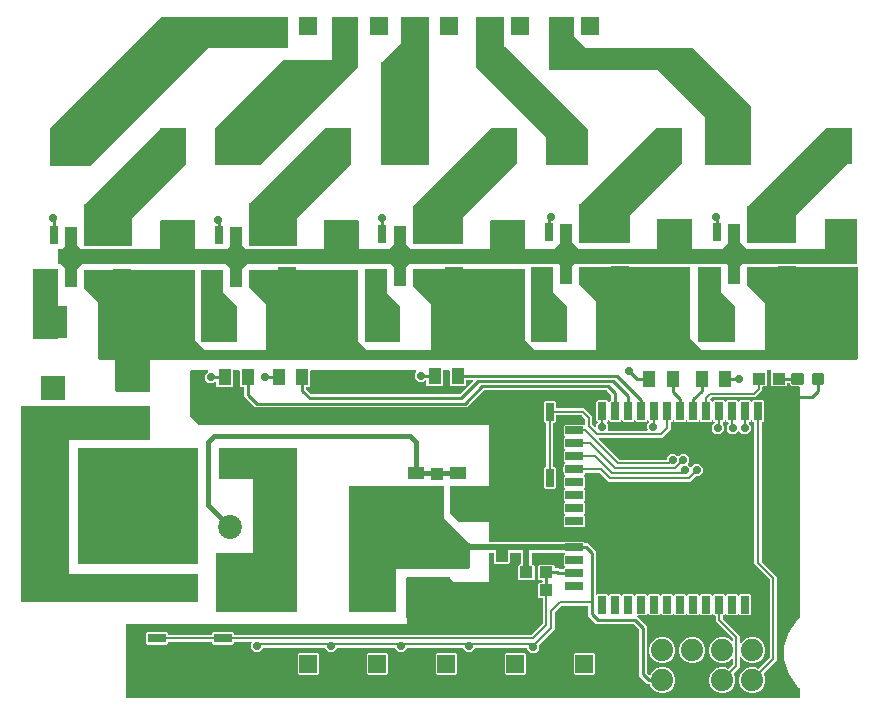
<source format=gbr>
G04 EAGLE Gerber RS-274X export*
G75*
%MOMM*%
%FSLAX34Y34*%
%LPD*%
%INTop Copper*%
%IPPOS*%
%AMOC8*
5,1,8,0,0,1.08239X$1,22.5*%
G01*
%ADD10R,0.700000X1.500000*%
%ADD11R,1.000000X5.200000*%
%ADD12R,2.200000X3.100000*%
%ADD13R,1.550000X2.350000*%
%ADD14R,1.800000X2.700000*%
%ADD15R,2.700000X2.550000*%
%ADD16R,1.524000X1.524000*%
%ADD17R,0.650000X1.500000*%
%ADD18R,1.500000X0.650000*%
%ADD19R,1.100000X1.400000*%
%ADD20R,1.100000X1.000000*%
%ADD21R,2.025000X2.025000*%
%ADD22C,2.025000*%
%ADD23R,1.400000X3.000000*%
%ADD24R,2.350000X1.550000*%
%ADD25R,3.000000X1.400000*%
%ADD26R,1.400000X1.100000*%
%ADD27R,1.000000X1.100000*%
%ADD28R,2.794000X2.286000*%
%ADD29C,0.300000*%
%ADD30R,1.524000X0.762000*%
%ADD31R,0.762000X1.524000*%
%ADD32C,1.879600*%
%ADD33R,2.032000X2.032000*%
%ADD34C,2.032000*%
%ADD35C,1.275000*%
%ADD36C,0.200000*%
%ADD37C,0.756400*%
%ADD38C,0.706400*%
%ADD39C,0.406400*%
%ADD40C,0.254000*%
%ADD41C,0.203200*%
%ADD42C,0.508000*%

G36*
X665500Y2766D02*
X665500Y2766D01*
X665519Y2764D01*
X665621Y2786D01*
X665723Y2802D01*
X665740Y2812D01*
X665760Y2816D01*
X665849Y2869D01*
X665940Y2918D01*
X665954Y2932D01*
X665971Y2942D01*
X666038Y3021D01*
X666110Y3096D01*
X666118Y3114D01*
X666131Y3129D01*
X666170Y3225D01*
X666213Y3319D01*
X666215Y3339D01*
X666223Y3357D01*
X666241Y3524D01*
X666241Y10558D01*
X666240Y10568D01*
X666241Y10579D01*
X666220Y10690D01*
X666202Y10801D01*
X666197Y10810D01*
X666195Y10820D01*
X666139Y10919D01*
X666086Y11018D01*
X666079Y11025D01*
X666073Y11035D01*
X665955Y11153D01*
X663635Y13003D01*
X656812Y23010D01*
X653242Y34584D01*
X653242Y46696D01*
X656812Y58270D01*
X657083Y58667D01*
X657602Y59428D01*
X657602Y59429D01*
X658121Y60190D01*
X658640Y60951D01*
X659159Y61712D01*
X659678Y62473D01*
X659678Y62474D01*
X660197Y63235D01*
X660716Y63996D01*
X661235Y64757D01*
X661754Y65518D01*
X661754Y65519D01*
X662273Y66279D01*
X662273Y66280D01*
X662792Y67041D01*
X663311Y67802D01*
X663635Y68277D01*
X665955Y70127D01*
X665962Y70135D01*
X665971Y70140D01*
X666044Y70226D01*
X666120Y70309D01*
X666124Y70319D01*
X666131Y70327D01*
X666173Y70433D01*
X666218Y70535D01*
X666219Y70546D01*
X666223Y70556D01*
X666241Y70722D01*
X666241Y265764D01*
X666238Y265784D01*
X666240Y265803D01*
X666218Y265905D01*
X666202Y266007D01*
X666192Y266024D01*
X666188Y266044D01*
X666135Y266133D01*
X666086Y266224D01*
X666072Y266238D01*
X666062Y266255D01*
X665983Y266322D01*
X665908Y266394D01*
X665890Y266402D01*
X665875Y266415D01*
X665779Y266454D01*
X665685Y266497D01*
X665665Y266499D01*
X665647Y266507D01*
X665480Y266525D01*
X659577Y266525D01*
X657805Y268297D01*
X657805Y269018D01*
X657802Y269038D01*
X657804Y269057D01*
X657782Y269159D01*
X657766Y269261D01*
X657756Y269278D01*
X657752Y269298D01*
X657699Y269387D01*
X657650Y269478D01*
X657636Y269492D01*
X657626Y269509D01*
X657547Y269576D01*
X657472Y269648D01*
X657454Y269656D01*
X657439Y269669D01*
X657343Y269708D01*
X657249Y269751D01*
X657229Y269753D01*
X657211Y269761D01*
X657044Y269779D01*
X656366Y269779D01*
X656346Y269776D01*
X656327Y269778D01*
X656225Y269756D01*
X656123Y269740D01*
X656106Y269730D01*
X656086Y269726D01*
X655997Y269673D01*
X655906Y269624D01*
X655892Y269610D01*
X655875Y269600D01*
X655808Y269521D01*
X655736Y269446D01*
X655728Y269428D01*
X655715Y269413D01*
X655676Y269317D01*
X655633Y269223D01*
X655631Y269203D01*
X655623Y269185D01*
X655605Y269018D01*
X655605Y267418D01*
X654712Y266525D01*
X642448Y266525D01*
X641555Y267418D01*
X641555Y278682D01*
X641735Y278862D01*
X641777Y278920D01*
X641827Y278972D01*
X641849Y279019D01*
X641879Y279061D01*
X641900Y279130D01*
X641930Y279195D01*
X641936Y279247D01*
X641951Y279297D01*
X641949Y279368D01*
X641957Y279439D01*
X641946Y279490D01*
X641945Y279542D01*
X641920Y279610D01*
X641905Y279680D01*
X641878Y279724D01*
X641861Y279773D01*
X641816Y279829D01*
X641779Y279891D01*
X641739Y279925D01*
X641707Y279965D01*
X641647Y280004D01*
X641592Y280051D01*
X641544Y280070D01*
X641500Y280098D01*
X641430Y280116D01*
X641364Y280143D01*
X641293Y280151D01*
X641261Y280159D01*
X641238Y280157D01*
X641197Y280161D01*
X638963Y280161D01*
X638892Y280150D01*
X638820Y280148D01*
X638771Y280130D01*
X638720Y280122D01*
X638657Y280088D01*
X638589Y280063D01*
X638549Y280031D01*
X638503Y280006D01*
X638453Y279955D01*
X638397Y279910D01*
X638369Y279866D01*
X638333Y279828D01*
X638303Y279763D01*
X638264Y279703D01*
X638252Y279652D01*
X638230Y279605D01*
X638222Y279534D01*
X638204Y279464D01*
X638208Y279412D01*
X638203Y279361D01*
X638218Y279290D01*
X638223Y279219D01*
X638244Y279171D01*
X638255Y279120D01*
X638292Y279059D01*
X638320Y278993D01*
X638365Y278937D01*
X638381Y278909D01*
X638399Y278894D01*
X638425Y278862D01*
X638605Y278682D01*
X638605Y267418D01*
X637712Y266525D01*
X635358Y266525D01*
X635338Y266522D01*
X635319Y266524D01*
X635217Y266502D01*
X635115Y266486D01*
X635098Y266476D01*
X635078Y266472D01*
X634989Y266419D01*
X634898Y266370D01*
X634884Y266356D01*
X634867Y266346D01*
X634800Y266267D01*
X634728Y266192D01*
X634720Y266174D01*
X634707Y266159D01*
X634668Y266063D01*
X634625Y265969D01*
X634623Y265949D01*
X634615Y265931D01*
X634597Y265764D01*
X634597Y263300D01*
X632607Y261310D01*
X628630Y257333D01*
X592115Y257333D01*
X592025Y257319D01*
X591934Y257311D01*
X591904Y257299D01*
X591872Y257294D01*
X591792Y257251D01*
X591708Y257215D01*
X591675Y257189D01*
X591655Y257178D01*
X591633Y257155D01*
X591577Y257110D01*
X590381Y255914D01*
X590339Y255856D01*
X590289Y255804D01*
X590267Y255757D01*
X590237Y255715D01*
X590216Y255646D01*
X590186Y255581D01*
X590180Y255529D01*
X590165Y255479D01*
X590167Y255408D01*
X590159Y255337D01*
X590170Y255286D01*
X590171Y255234D01*
X590196Y255166D01*
X590211Y255096D01*
X590238Y255051D01*
X590255Y255003D01*
X590300Y254947D01*
X590337Y254885D01*
X590377Y254851D01*
X590409Y254811D01*
X590469Y254772D01*
X590524Y254725D01*
X590572Y254706D01*
X590616Y254678D01*
X590686Y254660D01*
X590752Y254633D01*
X590809Y254627D01*
X591902Y253535D01*
X591918Y253523D01*
X591930Y253507D01*
X592018Y253451D01*
X592101Y253391D01*
X592120Y253385D01*
X592137Y253374D01*
X592238Y253349D01*
X592337Y253319D01*
X592356Y253319D01*
X592376Y253314D01*
X592479Y253322D01*
X592582Y253325D01*
X592601Y253332D01*
X592621Y253333D01*
X592716Y253374D01*
X592813Y253409D01*
X592829Y253422D01*
X592847Y253430D01*
X592978Y253535D01*
X594058Y254615D01*
X601822Y254615D01*
X602902Y253535D01*
X602918Y253523D01*
X602930Y253507D01*
X603018Y253451D01*
X603101Y253391D01*
X603120Y253385D01*
X603137Y253374D01*
X603238Y253349D01*
X603337Y253319D01*
X603356Y253319D01*
X603376Y253314D01*
X603479Y253322D01*
X603582Y253325D01*
X603601Y253332D01*
X603621Y253333D01*
X603716Y253374D01*
X603813Y253409D01*
X603829Y253422D01*
X603847Y253430D01*
X603978Y253535D01*
X605058Y254615D01*
X612822Y254615D01*
X613902Y253535D01*
X613918Y253523D01*
X613930Y253507D01*
X614018Y253451D01*
X614101Y253391D01*
X614120Y253385D01*
X614137Y253374D01*
X614238Y253349D01*
X614337Y253319D01*
X614356Y253319D01*
X614376Y253314D01*
X614479Y253322D01*
X614582Y253325D01*
X614601Y253332D01*
X614621Y253333D01*
X614716Y253374D01*
X614813Y253409D01*
X614829Y253422D01*
X614847Y253430D01*
X614978Y253535D01*
X616058Y254615D01*
X623822Y254615D01*
X624902Y253535D01*
X624918Y253523D01*
X624930Y253507D01*
X625018Y253451D01*
X625101Y253391D01*
X625120Y253385D01*
X625137Y253374D01*
X625238Y253349D01*
X625337Y253319D01*
X625356Y253319D01*
X625376Y253314D01*
X625479Y253322D01*
X625582Y253325D01*
X625601Y253332D01*
X625621Y253333D01*
X625716Y253374D01*
X625813Y253409D01*
X625829Y253422D01*
X625847Y253430D01*
X625978Y253535D01*
X627058Y254615D01*
X634822Y254615D01*
X635715Y253722D01*
X635715Y237458D01*
X634822Y236565D01*
X634702Y236565D01*
X634682Y236562D01*
X634663Y236564D01*
X634561Y236542D01*
X634459Y236526D01*
X634442Y236516D01*
X634422Y236512D01*
X634333Y236459D01*
X634242Y236410D01*
X634228Y236396D01*
X634211Y236386D01*
X634144Y236307D01*
X634072Y236232D01*
X634064Y236214D01*
X634051Y236199D01*
X634012Y236103D01*
X633969Y236009D01*
X633967Y235989D01*
X633959Y235971D01*
X633941Y235804D01*
X633941Y118648D01*
X633955Y118558D01*
X633963Y118467D01*
X633975Y118437D01*
X633980Y118406D01*
X634023Y118325D01*
X634059Y118241D01*
X634085Y118209D01*
X634096Y118188D01*
X634119Y118166D01*
X634164Y118110D01*
X646891Y105383D01*
X646891Y34317D01*
X636073Y23499D01*
X636005Y23405D01*
X635935Y23310D01*
X635933Y23304D01*
X635929Y23299D01*
X635895Y23188D01*
X635858Y23076D01*
X635858Y23070D01*
X635857Y23064D01*
X635860Y22947D01*
X635861Y22830D01*
X635863Y22823D01*
X635863Y22818D01*
X635869Y22801D01*
X635907Y22669D01*
X637033Y19953D01*
X637033Y15607D01*
X635370Y11593D01*
X632297Y8520D01*
X628283Y6857D01*
X623937Y6857D01*
X619923Y8520D01*
X616850Y11593D01*
X615187Y15607D01*
X615187Y19953D01*
X616850Y23967D01*
X619923Y27040D01*
X623937Y28703D01*
X628283Y28703D01*
X630999Y27577D01*
X631113Y27551D01*
X631226Y27522D01*
X631233Y27523D01*
X631239Y27521D01*
X631355Y27532D01*
X631472Y27541D01*
X631477Y27544D01*
X631484Y27544D01*
X631591Y27592D01*
X631698Y27638D01*
X631704Y27642D01*
X631708Y27644D01*
X631722Y27657D01*
X631829Y27743D01*
X640666Y36580D01*
X640719Y36654D01*
X640779Y36723D01*
X640791Y36754D01*
X640810Y36780D01*
X640837Y36867D01*
X640871Y36952D01*
X640875Y36992D01*
X640882Y37015D01*
X640881Y37047D01*
X640889Y37118D01*
X640889Y102582D01*
X640875Y102672D01*
X640867Y102763D01*
X640855Y102793D01*
X640850Y102824D01*
X640807Y102905D01*
X640771Y102989D01*
X640745Y103021D01*
X640734Y103042D01*
X640711Y103064D01*
X640666Y103120D01*
X627939Y115847D01*
X627939Y235804D01*
X627936Y235824D01*
X627938Y235843D01*
X627916Y235945D01*
X627900Y236047D01*
X627890Y236064D01*
X627886Y236084D01*
X627833Y236173D01*
X627784Y236264D01*
X627770Y236278D01*
X627760Y236295D01*
X627681Y236362D01*
X627606Y236434D01*
X627588Y236442D01*
X627573Y236455D01*
X627477Y236494D01*
X627383Y236537D01*
X627363Y236539D01*
X627345Y236547D01*
X627178Y236565D01*
X627058Y236565D01*
X625978Y237645D01*
X625962Y237657D01*
X625950Y237673D01*
X625862Y237729D01*
X625779Y237789D01*
X625760Y237795D01*
X625743Y237806D01*
X625642Y237831D01*
X625543Y237861D01*
X625524Y237861D01*
X625504Y237866D01*
X625401Y237858D01*
X625298Y237855D01*
X625279Y237848D01*
X625259Y237847D01*
X625164Y237806D01*
X625067Y237771D01*
X625051Y237758D01*
X625033Y237750D01*
X624902Y237645D01*
X623822Y236565D01*
X623702Y236565D01*
X623682Y236562D01*
X623663Y236564D01*
X623561Y236542D01*
X623459Y236526D01*
X623442Y236516D01*
X623422Y236512D01*
X623333Y236459D01*
X623242Y236410D01*
X623228Y236396D01*
X623211Y236386D01*
X623144Y236307D01*
X623072Y236232D01*
X623064Y236214D01*
X623051Y236199D01*
X623012Y236103D01*
X622969Y236009D01*
X622967Y235989D01*
X622959Y235971D01*
X622941Y235804D01*
X622941Y235426D01*
X622955Y235336D01*
X622963Y235245D01*
X622975Y235215D01*
X622980Y235183D01*
X623023Y235102D01*
X623059Y235019D01*
X623085Y234986D01*
X623096Y234966D01*
X623119Y234944D01*
X623164Y234888D01*
X624817Y233235D01*
X624817Y229045D01*
X621855Y226083D01*
X617665Y226083D01*
X615218Y228530D01*
X615202Y228542D01*
X615190Y228558D01*
X615102Y228614D01*
X615019Y228674D01*
X615000Y228680D01*
X614983Y228691D01*
X614882Y228716D01*
X614783Y228746D01*
X614764Y228746D01*
X614744Y228751D01*
X614641Y228743D01*
X614538Y228740D01*
X614519Y228733D01*
X614499Y228732D01*
X614404Y228691D01*
X614307Y228656D01*
X614291Y228643D01*
X614273Y228635D01*
X614142Y228530D01*
X611695Y226083D01*
X607505Y226083D01*
X604543Y229045D01*
X604543Y233235D01*
X605716Y234408D01*
X605758Y234466D01*
X605806Y234516D01*
X605814Y234533D01*
X605829Y234551D01*
X605841Y234581D01*
X605860Y234607D01*
X605883Y234682D01*
X605909Y234739D01*
X605911Y234755D01*
X605921Y234779D01*
X605925Y234820D01*
X605932Y234842D01*
X605931Y234875D01*
X605939Y234946D01*
X605939Y235804D01*
X605936Y235824D01*
X605938Y235843D01*
X605916Y235945D01*
X605900Y236047D01*
X605890Y236064D01*
X605886Y236084D01*
X605833Y236173D01*
X605784Y236264D01*
X605770Y236278D01*
X605760Y236295D01*
X605681Y236362D01*
X605606Y236434D01*
X605588Y236442D01*
X605573Y236455D01*
X605477Y236494D01*
X605383Y236537D01*
X605363Y236539D01*
X605345Y236547D01*
X605178Y236565D01*
X605058Y236565D01*
X603978Y237645D01*
X603962Y237657D01*
X603950Y237673D01*
X603862Y237729D01*
X603779Y237789D01*
X603760Y237795D01*
X603743Y237806D01*
X603642Y237831D01*
X603543Y237861D01*
X603524Y237861D01*
X603504Y237866D01*
X603401Y237858D01*
X603298Y237855D01*
X603279Y237848D01*
X603259Y237847D01*
X603164Y237806D01*
X603067Y237771D01*
X603051Y237758D01*
X603033Y237750D01*
X602902Y237645D01*
X601822Y236565D01*
X601702Y236565D01*
X601682Y236562D01*
X601663Y236564D01*
X601561Y236542D01*
X601459Y236526D01*
X601442Y236516D01*
X601422Y236512D01*
X601333Y236459D01*
X601242Y236410D01*
X601228Y236396D01*
X601211Y236386D01*
X601144Y236307D01*
X601072Y236232D01*
X601064Y236214D01*
X601051Y236199D01*
X601012Y236103D01*
X600969Y236009D01*
X600967Y235989D01*
X600959Y235971D01*
X600941Y235804D01*
X600941Y234566D01*
X600955Y234476D01*
X600963Y234385D01*
X600975Y234355D01*
X600980Y234323D01*
X601023Y234242D01*
X601059Y234159D01*
X601085Y234126D01*
X601096Y234106D01*
X601119Y234084D01*
X601164Y234028D01*
X601957Y233235D01*
X601957Y229045D01*
X598995Y226083D01*
X594805Y226083D01*
X591843Y229045D01*
X591843Y233235D01*
X594078Y235469D01*
X594090Y235485D01*
X594105Y235498D01*
X594161Y235585D01*
X594221Y235669D01*
X594227Y235688D01*
X594238Y235705D01*
X594263Y235805D01*
X594294Y235904D01*
X594293Y235924D01*
X594298Y235943D01*
X594290Y236046D01*
X594287Y236150D01*
X594281Y236169D01*
X594279Y236188D01*
X594238Y236284D01*
X594203Y236381D01*
X594191Y236396D01*
X594183Y236415D01*
X594078Y236546D01*
X592978Y237645D01*
X592962Y237657D01*
X592950Y237673D01*
X592862Y237729D01*
X592779Y237789D01*
X592760Y237795D01*
X592743Y237806D01*
X592642Y237831D01*
X592543Y237861D01*
X592524Y237861D01*
X592504Y237866D01*
X592401Y237858D01*
X592298Y237855D01*
X592279Y237848D01*
X592259Y237847D01*
X592164Y237806D01*
X592067Y237771D01*
X592051Y237758D01*
X592033Y237750D01*
X591902Y237645D01*
X590822Y236565D01*
X583058Y236565D01*
X581978Y237645D01*
X581962Y237657D01*
X581950Y237673D01*
X581862Y237729D01*
X581779Y237789D01*
X581760Y237795D01*
X581743Y237806D01*
X581642Y237831D01*
X581543Y237861D01*
X581524Y237861D01*
X581504Y237866D01*
X581401Y237858D01*
X581298Y237855D01*
X581279Y237848D01*
X581259Y237847D01*
X581164Y237806D01*
X581067Y237771D01*
X581051Y237758D01*
X581033Y237750D01*
X580902Y237645D01*
X579822Y236565D01*
X572058Y236565D01*
X570978Y237645D01*
X570962Y237657D01*
X570950Y237673D01*
X570862Y237729D01*
X570779Y237789D01*
X570760Y237795D01*
X570743Y237806D01*
X570642Y237831D01*
X570543Y237861D01*
X570524Y237861D01*
X570504Y237866D01*
X570401Y237858D01*
X570298Y237855D01*
X570279Y237848D01*
X570259Y237847D01*
X570164Y237806D01*
X570067Y237771D01*
X570051Y237758D01*
X570033Y237750D01*
X569902Y237645D01*
X568822Y236565D01*
X561058Y236565D01*
X559978Y237645D01*
X559962Y237657D01*
X559950Y237673D01*
X559862Y237729D01*
X559779Y237789D01*
X559760Y237795D01*
X559743Y237806D01*
X559642Y237831D01*
X559543Y237861D01*
X559524Y237861D01*
X559504Y237866D01*
X559401Y237858D01*
X559298Y237855D01*
X559279Y237848D01*
X559259Y237847D01*
X559164Y237806D01*
X559067Y237771D01*
X559051Y237758D01*
X559033Y237750D01*
X558902Y237645D01*
X557822Y236565D01*
X557702Y236565D01*
X557682Y236562D01*
X557663Y236564D01*
X557561Y236542D01*
X557459Y236526D01*
X557442Y236516D01*
X557422Y236512D01*
X557333Y236459D01*
X557242Y236410D01*
X557228Y236396D01*
X557211Y236386D01*
X557144Y236307D01*
X557072Y236232D01*
X557064Y236214D01*
X557051Y236199D01*
X557012Y236103D01*
X556969Y236009D01*
X556967Y235989D01*
X556959Y235971D01*
X556941Y235804D01*
X556941Y230117D01*
X549883Y223059D01*
X496762Y223059D01*
X496691Y223048D01*
X496620Y223046D01*
X496571Y223028D01*
X496519Y223020D01*
X496456Y222986D01*
X496389Y222961D01*
X496348Y222929D01*
X496302Y222904D01*
X496253Y222852D01*
X496197Y222808D01*
X496169Y222764D01*
X496133Y222726D01*
X496103Y222661D01*
X496064Y222601D01*
X496051Y222550D01*
X496029Y222503D01*
X496021Y222432D01*
X496004Y222362D01*
X496008Y222310D01*
X496002Y222259D01*
X496017Y222188D01*
X496023Y222117D01*
X496043Y222069D01*
X496054Y222018D01*
X496091Y221957D01*
X496119Y221891D01*
X496164Y221835D01*
X496180Y221807D01*
X496198Y221792D01*
X496224Y221760D01*
X513340Y204644D01*
X513414Y204591D01*
X513483Y204531D01*
X513514Y204519D01*
X513540Y204500D01*
X513627Y204473D01*
X513712Y204439D01*
X513752Y204435D01*
X513775Y204428D01*
X513807Y204429D01*
X513878Y204421D01*
X552982Y204421D01*
X553002Y204424D01*
X553021Y204422D01*
X553123Y204444D01*
X553225Y204460D01*
X553242Y204470D01*
X553262Y204474D01*
X553351Y204527D01*
X553442Y204576D01*
X553456Y204590D01*
X553473Y204600D01*
X553540Y204679D01*
X553612Y204754D01*
X553620Y204772D01*
X553633Y204787D01*
X553672Y204883D01*
X553715Y204977D01*
X553717Y204997D01*
X553725Y205015D01*
X553743Y205182D01*
X553743Y206565D01*
X556705Y209527D01*
X560895Y209527D01*
X562707Y207715D01*
X562723Y207703D01*
X562735Y207687D01*
X562823Y207631D01*
X562906Y207571D01*
X562925Y207565D01*
X562942Y207554D01*
X563043Y207529D01*
X563142Y207499D01*
X563161Y207499D01*
X563181Y207494D01*
X563284Y207502D01*
X563387Y207505D01*
X563406Y207512D01*
X563426Y207513D01*
X563521Y207554D01*
X563618Y207589D01*
X563634Y207602D01*
X563652Y207610D01*
X563783Y207715D01*
X565595Y209527D01*
X569785Y209527D01*
X572747Y206565D01*
X572747Y202375D01*
X571570Y201198D01*
X571558Y201182D01*
X571542Y201170D01*
X571511Y201121D01*
X571506Y201116D01*
X571502Y201106D01*
X571486Y201082D01*
X571426Y200999D01*
X571420Y200980D01*
X571409Y200963D01*
X571384Y200862D01*
X571354Y200763D01*
X571354Y200744D01*
X571349Y200724D01*
X571357Y200621D01*
X571360Y200518D01*
X571367Y200499D01*
X571368Y200479D01*
X571409Y200384D01*
X571444Y200287D01*
X571457Y200271D01*
X571465Y200253D01*
X571570Y200122D01*
X573502Y198190D01*
X573518Y198178D01*
X573530Y198162D01*
X573617Y198106D01*
X573701Y198046D01*
X573721Y198040D01*
X573737Y198029D01*
X573838Y198004D01*
X573937Y197974D01*
X573956Y197974D01*
X573976Y197969D01*
X574079Y197977D01*
X574182Y197980D01*
X574201Y197987D01*
X574221Y197988D01*
X574316Y198029D01*
X574413Y198065D01*
X574429Y198077D01*
X574447Y198085D01*
X574578Y198190D01*
X577025Y200637D01*
X581215Y200637D01*
X584177Y197675D01*
X584177Y193485D01*
X581215Y190523D01*
X578622Y190523D01*
X578532Y190509D01*
X578441Y190501D01*
X578411Y190489D01*
X578380Y190484D01*
X578299Y190441D01*
X578215Y190405D01*
X578183Y190379D01*
X578162Y190368D01*
X578140Y190345D01*
X578084Y190300D01*
X573553Y185769D01*
X504677Y185769D01*
X497280Y193166D01*
X497206Y193219D01*
X497137Y193279D01*
X497106Y193291D01*
X497080Y193310D01*
X496993Y193337D01*
X496908Y193371D01*
X496868Y193375D01*
X496845Y193382D01*
X496813Y193381D01*
X496742Y193389D01*
X485226Y193389D01*
X485206Y193386D01*
X485187Y193388D01*
X485085Y193366D01*
X484983Y193350D01*
X484966Y193340D01*
X484946Y193336D01*
X484857Y193283D01*
X484766Y193234D01*
X484752Y193220D01*
X484735Y193210D01*
X484668Y193131D01*
X484596Y193056D01*
X484588Y193038D01*
X484575Y193023D01*
X484536Y192927D01*
X484493Y192833D01*
X484491Y192813D01*
X484483Y192795D01*
X484465Y192628D01*
X484465Y192508D01*
X483385Y191428D01*
X483373Y191412D01*
X483357Y191400D01*
X483301Y191312D01*
X483241Y191229D01*
X483235Y191210D01*
X483224Y191193D01*
X483199Y191092D01*
X483169Y190993D01*
X483169Y190974D01*
X483164Y190954D01*
X483172Y190851D01*
X483175Y190748D01*
X483182Y190729D01*
X483183Y190709D01*
X483224Y190614D01*
X483259Y190517D01*
X483272Y190501D01*
X483280Y190483D01*
X483385Y190352D01*
X484465Y189272D01*
X484465Y181508D01*
X483385Y180428D01*
X483373Y180412D01*
X483357Y180400D01*
X483301Y180312D01*
X483241Y180229D01*
X483235Y180210D01*
X483224Y180193D01*
X483199Y180092D01*
X483169Y179993D01*
X483169Y179974D01*
X483164Y179954D01*
X483172Y179851D01*
X483175Y179748D01*
X483182Y179729D01*
X483183Y179709D01*
X483224Y179614D01*
X483259Y179517D01*
X483272Y179501D01*
X483280Y179483D01*
X483385Y179352D01*
X484465Y178272D01*
X484465Y170508D01*
X483385Y169428D01*
X483373Y169412D01*
X483357Y169400D01*
X483301Y169312D01*
X483241Y169229D01*
X483235Y169210D01*
X483224Y169193D01*
X483199Y169092D01*
X483169Y168993D01*
X483169Y168974D01*
X483164Y168954D01*
X483172Y168851D01*
X483175Y168748D01*
X483182Y168729D01*
X483183Y168709D01*
X483224Y168614D01*
X483259Y168517D01*
X483272Y168501D01*
X483280Y168483D01*
X483385Y168352D01*
X484465Y167272D01*
X484465Y159508D01*
X483385Y158428D01*
X483373Y158412D01*
X483357Y158400D01*
X483301Y158312D01*
X483241Y158229D01*
X483235Y158210D01*
X483224Y158193D01*
X483199Y158092D01*
X483169Y157993D01*
X483169Y157974D01*
X483164Y157954D01*
X483172Y157851D01*
X483175Y157748D01*
X483182Y157729D01*
X483183Y157709D01*
X483224Y157614D01*
X483259Y157517D01*
X483272Y157501D01*
X483280Y157483D01*
X483385Y157352D01*
X484465Y156272D01*
X484465Y148508D01*
X483572Y147615D01*
X467308Y147615D01*
X466415Y148508D01*
X466415Y156272D01*
X467495Y157352D01*
X467507Y157368D01*
X467523Y157380D01*
X467579Y157468D01*
X467639Y157551D01*
X467645Y157570D01*
X467656Y157587D01*
X467681Y157688D01*
X467711Y157787D01*
X467711Y157806D01*
X467716Y157826D01*
X467708Y157929D01*
X467705Y158032D01*
X467698Y158051D01*
X467697Y158071D01*
X467656Y158166D01*
X467621Y158263D01*
X467608Y158279D01*
X467600Y158297D01*
X467495Y158428D01*
X466415Y159508D01*
X466415Y167272D01*
X467495Y168352D01*
X467507Y168368D01*
X467523Y168380D01*
X467579Y168468D01*
X467639Y168551D01*
X467645Y168570D01*
X467656Y168587D01*
X467681Y168688D01*
X467711Y168787D01*
X467711Y168806D01*
X467716Y168826D01*
X467708Y168929D01*
X467705Y169032D01*
X467698Y169051D01*
X467697Y169071D01*
X467656Y169166D01*
X467621Y169263D01*
X467608Y169279D01*
X467600Y169297D01*
X467495Y169428D01*
X466415Y170508D01*
X466415Y178272D01*
X467495Y179352D01*
X467507Y179368D01*
X467523Y179380D01*
X467579Y179468D01*
X467639Y179551D01*
X467645Y179570D01*
X467656Y179587D01*
X467681Y179688D01*
X467711Y179787D01*
X467711Y179806D01*
X467716Y179826D01*
X467708Y179929D01*
X467705Y180032D01*
X467698Y180051D01*
X467697Y180071D01*
X467656Y180166D01*
X467621Y180263D01*
X467608Y180279D01*
X467600Y180297D01*
X467495Y180428D01*
X466415Y181508D01*
X466415Y189272D01*
X467495Y190352D01*
X467507Y190368D01*
X467523Y190380D01*
X467579Y190468D01*
X467639Y190551D01*
X467645Y190570D01*
X467656Y190587D01*
X467681Y190688D01*
X467711Y190787D01*
X467711Y190806D01*
X467716Y190826D01*
X467708Y190929D01*
X467705Y191032D01*
X467698Y191051D01*
X467697Y191071D01*
X467656Y191166D01*
X467621Y191263D01*
X467608Y191279D01*
X467600Y191297D01*
X467495Y191428D01*
X466415Y192508D01*
X466415Y193966D01*
X466401Y194056D01*
X466393Y194147D01*
X466381Y194177D01*
X466376Y194209D01*
X466333Y194289D01*
X466297Y194373D01*
X466271Y194405D01*
X466260Y194426D01*
X466237Y194448D01*
X466192Y194504D01*
X465549Y195147D01*
X465549Y197633D01*
X466192Y198276D01*
X466245Y198350D01*
X466305Y198419D01*
X466317Y198449D01*
X466336Y198476D01*
X466363Y198563D01*
X466397Y198648D01*
X466401Y198688D01*
X466408Y198711D01*
X466407Y198743D01*
X466415Y198814D01*
X466415Y200272D01*
X467495Y201352D01*
X467507Y201368D01*
X467523Y201380D01*
X467579Y201468D01*
X467639Y201551D01*
X467645Y201570D01*
X467656Y201587D01*
X467681Y201688D01*
X467711Y201787D01*
X467711Y201806D01*
X467716Y201826D01*
X467708Y201929D01*
X467705Y202032D01*
X467698Y202051D01*
X467697Y202071D01*
X467656Y202166D01*
X467621Y202263D01*
X467608Y202279D01*
X467600Y202297D01*
X467495Y202428D01*
X466415Y203508D01*
X466415Y211272D01*
X467495Y212352D01*
X467507Y212368D01*
X467523Y212380D01*
X467553Y212428D01*
X467564Y212440D01*
X467574Y212460D01*
X467579Y212468D01*
X467639Y212551D01*
X467645Y212570D01*
X467656Y212587D01*
X467681Y212688D01*
X467711Y212787D01*
X467711Y212806D01*
X467716Y212826D01*
X467708Y212929D01*
X467705Y213032D01*
X467698Y213051D01*
X467697Y213071D01*
X467656Y213166D01*
X467621Y213263D01*
X467608Y213279D01*
X467600Y213297D01*
X467495Y213428D01*
X466415Y214508D01*
X466415Y222272D01*
X467495Y223352D01*
X467507Y223368D01*
X467523Y223380D01*
X467579Y223468D01*
X467639Y223551D01*
X467645Y223570D01*
X467656Y223587D01*
X467681Y223688D01*
X467711Y223787D01*
X467711Y223806D01*
X467716Y223826D01*
X467708Y223929D01*
X467705Y224032D01*
X467698Y224051D01*
X467697Y224071D01*
X467656Y224166D01*
X467621Y224263D01*
X467608Y224279D01*
X467600Y224297D01*
X467495Y224428D01*
X466415Y225508D01*
X466415Y233272D01*
X467308Y234165D01*
X483706Y234165D01*
X483713Y234162D01*
X483765Y234156D01*
X483814Y234141D01*
X483886Y234143D01*
X483957Y234135D01*
X484008Y234146D01*
X484060Y234147D01*
X484127Y234172D01*
X484198Y234187D01*
X484242Y234214D01*
X484291Y234231D01*
X484347Y234276D01*
X484409Y234313D01*
X484443Y234352D01*
X484483Y234385D01*
X484522Y234445D01*
X484569Y234500D01*
X484588Y234548D01*
X484616Y234592D01*
X484634Y234661D01*
X484661Y234728D01*
X484669Y234799D01*
X484677Y234830D01*
X484675Y234854D01*
X484679Y234895D01*
X484679Y238472D01*
X484665Y238562D01*
X484657Y238653D01*
X484645Y238683D01*
X484640Y238714D01*
X484597Y238795D01*
X484561Y238879D01*
X484535Y238911D01*
X484524Y238932D01*
X484501Y238954D01*
X484456Y239010D01*
X481580Y241886D01*
X481506Y241939D01*
X481437Y241999D01*
X481406Y242011D01*
X481380Y242030D01*
X481293Y242057D01*
X481208Y242091D01*
X481168Y242095D01*
X481145Y242102D01*
X481113Y242101D01*
X481042Y242109D01*
X460756Y242109D01*
X460736Y242106D01*
X460717Y242108D01*
X460615Y242086D01*
X460513Y242070D01*
X460496Y242060D01*
X460476Y242056D01*
X460387Y242003D01*
X460296Y241954D01*
X460282Y241940D01*
X460265Y241930D01*
X460198Y241851D01*
X460126Y241776D01*
X460118Y241758D01*
X460105Y241743D01*
X460066Y241647D01*
X460023Y241553D01*
X460021Y241533D01*
X460013Y241515D01*
X459995Y241348D01*
X459995Y236858D01*
X459102Y235965D01*
X458422Y235965D01*
X458402Y235962D01*
X458383Y235964D01*
X458281Y235942D01*
X458179Y235926D01*
X458162Y235916D01*
X458142Y235912D01*
X458053Y235859D01*
X457962Y235810D01*
X457948Y235796D01*
X457931Y235786D01*
X457864Y235707D01*
X457792Y235632D01*
X457784Y235614D01*
X457771Y235599D01*
X457732Y235503D01*
X457689Y235409D01*
X457687Y235389D01*
X457679Y235371D01*
X457661Y235204D01*
X457661Y199136D01*
X457662Y199128D01*
X457662Y199126D01*
X457664Y199116D01*
X457662Y199097D01*
X457684Y198995D01*
X457700Y198893D01*
X457710Y198876D01*
X457714Y198856D01*
X457767Y198767D01*
X457816Y198676D01*
X457830Y198662D01*
X457840Y198645D01*
X457919Y198578D01*
X457994Y198506D01*
X458012Y198498D01*
X458027Y198485D01*
X458123Y198446D01*
X458217Y198403D01*
X458237Y198401D01*
X458255Y198393D01*
X458422Y198375D01*
X459102Y198375D01*
X459995Y197482D01*
X459995Y180978D01*
X459102Y180085D01*
X450218Y180085D01*
X449325Y180978D01*
X449325Y197482D01*
X450218Y198375D01*
X450898Y198375D01*
X450918Y198378D01*
X450937Y198376D01*
X451039Y198398D01*
X451141Y198414D01*
X451158Y198424D01*
X451178Y198428D01*
X451267Y198481D01*
X451358Y198530D01*
X451372Y198544D01*
X451389Y198554D01*
X451456Y198633D01*
X451528Y198708D01*
X451536Y198726D01*
X451549Y198741D01*
X451588Y198837D01*
X451631Y198931D01*
X451633Y198951D01*
X451641Y198969D01*
X451659Y199136D01*
X451659Y235204D01*
X451656Y235224D01*
X451658Y235243D01*
X451636Y235345D01*
X451620Y235447D01*
X451610Y235464D01*
X451606Y235484D01*
X451553Y235573D01*
X451504Y235664D01*
X451490Y235678D01*
X451480Y235695D01*
X451401Y235762D01*
X451326Y235834D01*
X451308Y235842D01*
X451293Y235855D01*
X451197Y235894D01*
X451103Y235937D01*
X451083Y235939D01*
X451065Y235947D01*
X450898Y235965D01*
X450218Y235965D01*
X449325Y236858D01*
X449325Y253362D01*
X450218Y254255D01*
X459102Y254255D01*
X459995Y253362D01*
X459995Y248872D01*
X459998Y248852D01*
X459996Y248833D01*
X460018Y248731D01*
X460034Y248629D01*
X460044Y248612D01*
X460048Y248592D01*
X460101Y248503D01*
X460150Y248412D01*
X460164Y248398D01*
X460174Y248381D01*
X460253Y248314D01*
X460328Y248242D01*
X460346Y248234D01*
X460361Y248221D01*
X460457Y248182D01*
X460551Y248139D01*
X460571Y248137D01*
X460589Y248129D01*
X460756Y248111D01*
X483843Y248111D01*
X490681Y241273D01*
X490681Y234545D01*
X490695Y234455D01*
X490703Y234364D01*
X490715Y234334D01*
X490720Y234302D01*
X490763Y234222D01*
X490799Y234138D01*
X490825Y234106D01*
X490836Y234085D01*
X490859Y234063D01*
X490904Y234007D01*
X492754Y232157D01*
X492812Y232115D01*
X492864Y232066D01*
X492911Y232044D01*
X492953Y232013D01*
X493022Y231992D01*
X493087Y231962D01*
X493139Y231956D01*
X493189Y231941D01*
X493260Y231943D01*
X493331Y231935D01*
X493382Y231946D01*
X493434Y231947D01*
X493502Y231972D01*
X493572Y231987D01*
X493617Y232014D01*
X493665Y232032D01*
X493721Y232077D01*
X493783Y232113D01*
X493817Y232153D01*
X493857Y232185D01*
X493896Y232246D01*
X493943Y232300D01*
X493962Y232349D01*
X493990Y232392D01*
X494008Y232462D01*
X494035Y232528D01*
X494043Y232600D01*
X494051Y232631D01*
X494049Y232654D01*
X494053Y232695D01*
X494053Y234505D01*
X495048Y235499D01*
X495060Y235515D01*
X495075Y235528D01*
X495131Y235615D01*
X495191Y235699D01*
X495197Y235718D01*
X495208Y235735D01*
X495233Y235835D01*
X495264Y235934D01*
X495263Y235954D01*
X495268Y235973D01*
X495260Y236076D01*
X495257Y236180D01*
X495251Y236199D01*
X495249Y236219D01*
X495209Y236313D01*
X495173Y236411D01*
X495161Y236427D01*
X495153Y236445D01*
X495048Y236576D01*
X494165Y237458D01*
X494165Y253722D01*
X495058Y254615D01*
X502822Y254615D01*
X503902Y253535D01*
X503918Y253523D01*
X503930Y253507D01*
X504018Y253451D01*
X504101Y253391D01*
X504120Y253385D01*
X504137Y253374D01*
X504238Y253349D01*
X504337Y253319D01*
X504356Y253319D01*
X504376Y253314D01*
X504479Y253322D01*
X504582Y253325D01*
X504601Y253332D01*
X504621Y253333D01*
X504716Y253374D01*
X504813Y253409D01*
X504829Y253422D01*
X504847Y253430D01*
X504978Y253535D01*
X506088Y254644D01*
X506151Y254654D01*
X506168Y254664D01*
X506188Y254668D01*
X506277Y254721D01*
X506368Y254770D01*
X506382Y254784D01*
X506399Y254794D01*
X506466Y254873D01*
X506538Y254948D01*
X506546Y254966D01*
X506559Y254981D01*
X506598Y255077D01*
X506641Y255171D01*
X506643Y255191D01*
X506651Y255209D01*
X506669Y255376D01*
X506669Y259090D01*
X506655Y259180D01*
X506647Y259271D01*
X506635Y259301D01*
X506630Y259333D01*
X506587Y259413D01*
X506551Y259497D01*
X506525Y259529D01*
X506514Y259550D01*
X506491Y259572D01*
X506446Y259628D01*
X503058Y263016D01*
X502984Y263069D01*
X502915Y263129D01*
X502885Y263141D01*
X502858Y263160D01*
X502771Y263187D01*
X502687Y263221D01*
X502646Y263225D01*
X502623Y263232D01*
X502591Y263231D01*
X502520Y263239D01*
X399061Y263239D01*
X398971Y263225D01*
X398880Y263217D01*
X398850Y263205D01*
X398818Y263200D01*
X398737Y263157D01*
X398653Y263121D01*
X398621Y263095D01*
X398601Y263084D01*
X398578Y263061D01*
X398522Y263016D01*
X386374Y250868D01*
X384235Y248729D01*
X205115Y248729D01*
X195959Y257885D01*
X195959Y265034D01*
X195956Y265054D01*
X195958Y265073D01*
X195936Y265175D01*
X195920Y265277D01*
X195910Y265294D01*
X195906Y265314D01*
X195853Y265403D01*
X195804Y265494D01*
X195790Y265508D01*
X195780Y265525D01*
X195701Y265592D01*
X195626Y265664D01*
X195608Y265672D01*
X195593Y265685D01*
X195497Y265724D01*
X195403Y265767D01*
X195383Y265769D01*
X195365Y265777D01*
X195198Y265795D01*
X193098Y265795D01*
X192205Y266688D01*
X192205Y279400D01*
X192202Y279420D01*
X192204Y279439D01*
X192182Y279541D01*
X192166Y279643D01*
X192156Y279660D01*
X192152Y279680D01*
X192099Y279769D01*
X192050Y279860D01*
X192036Y279874D01*
X192026Y279891D01*
X191947Y279958D01*
X191872Y280030D01*
X191854Y280038D01*
X191839Y280051D01*
X191743Y280090D01*
X191649Y280133D01*
X191629Y280135D01*
X191611Y280143D01*
X191444Y280161D01*
X187016Y280161D01*
X186996Y280158D01*
X186977Y280160D01*
X186875Y280138D01*
X186773Y280122D01*
X186756Y280112D01*
X186736Y280108D01*
X186647Y280055D01*
X186556Y280006D01*
X186542Y279992D01*
X186525Y279982D01*
X186458Y279903D01*
X186386Y279828D01*
X186378Y279810D01*
X186365Y279795D01*
X186326Y279699D01*
X186283Y279605D01*
X186281Y279585D01*
X186273Y279567D01*
X186255Y279400D01*
X186255Y266688D01*
X185362Y265795D01*
X173098Y265795D01*
X172205Y266688D01*
X172205Y269896D01*
X172194Y269967D01*
X172192Y270039D01*
X172174Y270088D01*
X172166Y270139D01*
X172132Y270202D01*
X172107Y270270D01*
X172075Y270310D01*
X172050Y270356D01*
X171998Y270406D01*
X171954Y270462D01*
X171910Y270490D01*
X171872Y270526D01*
X171807Y270556D01*
X171747Y270595D01*
X171696Y270607D01*
X171649Y270629D01*
X171578Y270637D01*
X171508Y270655D01*
X171456Y270651D01*
X171405Y270656D01*
X171334Y270641D01*
X171263Y270636D01*
X171215Y270615D01*
X171164Y270604D01*
X171103Y270567D01*
X171037Y270539D01*
X170981Y270494D01*
X170953Y270478D01*
X170938Y270460D01*
X170906Y270434D01*
X169735Y269263D01*
X165545Y269263D01*
X162583Y272225D01*
X162583Y276415D01*
X165030Y278862D01*
X165072Y278920D01*
X165122Y278972D01*
X165144Y279019D01*
X165174Y279061D01*
X165195Y279130D01*
X165225Y279195D01*
X165231Y279247D01*
X165246Y279297D01*
X165244Y279368D01*
X165252Y279439D01*
X165241Y279490D01*
X165240Y279542D01*
X165215Y279610D01*
X165200Y279680D01*
X165173Y279724D01*
X165156Y279773D01*
X165111Y279829D01*
X165074Y279891D01*
X165034Y279925D01*
X165002Y279965D01*
X164942Y280004D01*
X164887Y280051D01*
X164839Y280070D01*
X164795Y280098D01*
X164725Y280116D01*
X164659Y280143D01*
X164588Y280151D01*
X164556Y280159D01*
X164533Y280157D01*
X164492Y280161D01*
X151130Y280161D01*
X151110Y280158D01*
X151091Y280160D01*
X150989Y280138D01*
X150887Y280122D01*
X150870Y280112D01*
X150850Y280108D01*
X150761Y280055D01*
X150670Y280006D01*
X150656Y279992D01*
X150639Y279982D01*
X150572Y279903D01*
X150501Y279828D01*
X150492Y279810D01*
X150479Y279795D01*
X150440Y279699D01*
X150397Y279605D01*
X150395Y279585D01*
X150387Y279567D01*
X150369Y279400D01*
X150369Y241300D01*
X150384Y241210D01*
X150391Y241119D01*
X150403Y241089D01*
X150409Y241057D01*
X150451Y240977D01*
X150487Y240893D01*
X150513Y240861D01*
X150524Y240840D01*
X150547Y240818D01*
X150592Y240762D01*
X156942Y234412D01*
X157016Y234359D01*
X157085Y234299D01*
X157115Y234287D01*
X157141Y234268D01*
X157228Y234241D01*
X157313Y234207D01*
X157354Y234203D01*
X157377Y234196D01*
X157409Y234197D01*
X157480Y234189D01*
X403099Y234189D01*
X403099Y182371D01*
X370840Y182371D01*
X370820Y182368D01*
X370801Y182370D01*
X370699Y182348D01*
X370597Y182332D01*
X370580Y182322D01*
X370560Y182318D01*
X370471Y182265D01*
X370380Y182216D01*
X370366Y182202D01*
X370349Y182192D01*
X370282Y182113D01*
X370211Y182038D01*
X370202Y182020D01*
X370189Y182005D01*
X370150Y181909D01*
X370107Y181815D01*
X370105Y181795D01*
X370097Y181777D01*
X370079Y181610D01*
X370079Y160020D01*
X370094Y159930D01*
X370101Y159839D01*
X370113Y159809D01*
X370119Y159777D01*
X370138Y159741D01*
X370140Y159733D01*
X370161Y159696D01*
X370197Y159613D01*
X370223Y159581D01*
X370234Y159560D01*
X370255Y159540D01*
X370266Y159522D01*
X370279Y159510D01*
X370302Y159482D01*
X377922Y151862D01*
X377996Y151809D01*
X378065Y151749D01*
X378095Y151737D01*
X378121Y151718D01*
X378208Y151691D01*
X378293Y151657D01*
X378334Y151653D01*
X378357Y151646D01*
X378389Y151647D01*
X378460Y151639D01*
X403099Y151639D01*
X403099Y135692D01*
X403102Y135672D01*
X403100Y135653D01*
X403122Y135551D01*
X403139Y135449D01*
X403148Y135432D01*
X403152Y135412D01*
X403205Y135323D01*
X403254Y135232D01*
X403268Y135218D01*
X403278Y135201D01*
X403357Y135134D01*
X403432Y135062D01*
X403450Y135054D01*
X403465Y135041D01*
X403561Y135002D01*
X403655Y134959D01*
X403675Y134957D01*
X403693Y134949D01*
X403860Y134931D01*
X466759Y134931D01*
X466849Y134945D01*
X466940Y134953D01*
X466970Y134965D01*
X467002Y134970D01*
X467082Y135013D01*
X467167Y135049D01*
X467199Y135075D01*
X467219Y135086D01*
X467241Y135109D01*
X467297Y135154D01*
X467308Y135165D01*
X483572Y135165D01*
X484494Y134242D01*
X484504Y134179D01*
X484514Y134162D01*
X484518Y134142D01*
X484571Y134053D01*
X484620Y133962D01*
X484634Y133948D01*
X484644Y133931D01*
X484723Y133864D01*
X484798Y133792D01*
X484816Y133784D01*
X484831Y133771D01*
X484927Y133732D01*
X485021Y133689D01*
X485041Y133687D01*
X485059Y133679D01*
X485226Y133661D01*
X486915Y133661D01*
X493491Y127085D01*
X493491Y90985D01*
X493502Y90914D01*
X493504Y90842D01*
X493522Y90793D01*
X493530Y90742D01*
X493564Y90679D01*
X493589Y90611D01*
X493621Y90571D01*
X493646Y90525D01*
X493698Y90475D01*
X493742Y90419D01*
X493786Y90391D01*
X493824Y90355D01*
X493889Y90325D01*
X493949Y90286D01*
X494000Y90274D01*
X494047Y90252D01*
X494118Y90244D01*
X494188Y90226D01*
X494240Y90230D01*
X494291Y90225D01*
X494362Y90240D01*
X494433Y90245D01*
X494481Y90266D01*
X494532Y90277D01*
X494593Y90314D01*
X494659Y90342D01*
X494715Y90387D01*
X494743Y90403D01*
X494758Y90421D01*
X494790Y90447D01*
X495058Y90715D01*
X502822Y90715D01*
X503902Y89635D01*
X503918Y89623D01*
X503930Y89607D01*
X504018Y89551D01*
X504101Y89491D01*
X504120Y89485D01*
X504137Y89474D01*
X504238Y89449D01*
X504337Y89419D01*
X504356Y89419D01*
X504376Y89414D01*
X504479Y89422D01*
X504582Y89425D01*
X504601Y89432D01*
X504621Y89433D01*
X504716Y89474D01*
X504813Y89509D01*
X504829Y89522D01*
X504847Y89530D01*
X504978Y89635D01*
X506058Y90715D01*
X513822Y90715D01*
X514902Y89635D01*
X514918Y89623D01*
X514930Y89607D01*
X515018Y89551D01*
X515101Y89491D01*
X515120Y89485D01*
X515137Y89474D01*
X515238Y89449D01*
X515337Y89419D01*
X515356Y89419D01*
X515376Y89414D01*
X515479Y89422D01*
X515582Y89425D01*
X515601Y89432D01*
X515621Y89433D01*
X515716Y89474D01*
X515813Y89509D01*
X515829Y89522D01*
X515847Y89530D01*
X515978Y89635D01*
X517058Y90715D01*
X524822Y90715D01*
X525902Y89635D01*
X525918Y89623D01*
X525930Y89607D01*
X526018Y89551D01*
X526101Y89491D01*
X526120Y89485D01*
X526137Y89474D01*
X526238Y89449D01*
X526337Y89419D01*
X526356Y89419D01*
X526376Y89414D01*
X526479Y89422D01*
X526582Y89425D01*
X526601Y89432D01*
X526621Y89433D01*
X526716Y89474D01*
X526813Y89509D01*
X526829Y89522D01*
X526847Y89530D01*
X526978Y89635D01*
X528058Y90715D01*
X535822Y90715D01*
X536902Y89635D01*
X536918Y89623D01*
X536930Y89607D01*
X537018Y89551D01*
X537101Y89491D01*
X537120Y89485D01*
X537137Y89474D01*
X537238Y89449D01*
X537337Y89419D01*
X537356Y89419D01*
X537376Y89414D01*
X537479Y89422D01*
X537582Y89425D01*
X537601Y89432D01*
X537621Y89433D01*
X537716Y89474D01*
X537813Y89509D01*
X537829Y89522D01*
X537847Y89530D01*
X537978Y89635D01*
X539058Y90715D01*
X546822Y90715D01*
X547902Y89635D01*
X547918Y89623D01*
X547930Y89607D01*
X548018Y89551D01*
X548101Y89491D01*
X548120Y89485D01*
X548137Y89474D01*
X548238Y89449D01*
X548337Y89419D01*
X548356Y89419D01*
X548376Y89414D01*
X548479Y89422D01*
X548582Y89425D01*
X548601Y89432D01*
X548621Y89433D01*
X548716Y89474D01*
X548813Y89509D01*
X548829Y89522D01*
X548847Y89530D01*
X548978Y89635D01*
X550058Y90715D01*
X557822Y90715D01*
X558902Y89635D01*
X558918Y89623D01*
X558930Y89607D01*
X559018Y89551D01*
X559101Y89491D01*
X559120Y89485D01*
X559137Y89474D01*
X559238Y89449D01*
X559337Y89419D01*
X559356Y89419D01*
X559376Y89414D01*
X559479Y89422D01*
X559582Y89425D01*
X559601Y89432D01*
X559621Y89433D01*
X559716Y89474D01*
X559813Y89509D01*
X559829Y89522D01*
X559847Y89530D01*
X559978Y89635D01*
X561058Y90715D01*
X568822Y90715D01*
X569902Y89635D01*
X569918Y89623D01*
X569930Y89607D01*
X570018Y89551D01*
X570101Y89491D01*
X570120Y89485D01*
X570137Y89474D01*
X570238Y89449D01*
X570337Y89419D01*
X570356Y89419D01*
X570376Y89414D01*
X570479Y89422D01*
X570582Y89425D01*
X570601Y89432D01*
X570621Y89433D01*
X570716Y89474D01*
X570813Y89509D01*
X570829Y89522D01*
X570847Y89530D01*
X570978Y89635D01*
X572058Y90715D01*
X579822Y90715D01*
X580902Y89635D01*
X580918Y89623D01*
X580930Y89607D01*
X581018Y89551D01*
X581101Y89491D01*
X581120Y89485D01*
X581137Y89474D01*
X581238Y89449D01*
X581337Y89419D01*
X581356Y89419D01*
X581376Y89414D01*
X581479Y89422D01*
X581582Y89425D01*
X581601Y89432D01*
X581621Y89433D01*
X581716Y89474D01*
X581813Y89509D01*
X581829Y89522D01*
X581847Y89530D01*
X581978Y89635D01*
X583058Y90715D01*
X590822Y90715D01*
X591902Y89635D01*
X591918Y89623D01*
X591930Y89607D01*
X592018Y89551D01*
X592101Y89491D01*
X592120Y89485D01*
X592137Y89474D01*
X592238Y89449D01*
X592337Y89419D01*
X592356Y89419D01*
X592376Y89414D01*
X592479Y89422D01*
X592582Y89425D01*
X592601Y89432D01*
X592621Y89433D01*
X592716Y89474D01*
X592813Y89509D01*
X592829Y89522D01*
X592847Y89530D01*
X592978Y89635D01*
X594058Y90715D01*
X601822Y90715D01*
X602902Y89635D01*
X602918Y89623D01*
X602930Y89607D01*
X603018Y89551D01*
X603101Y89491D01*
X603120Y89485D01*
X603137Y89474D01*
X603238Y89449D01*
X603337Y89419D01*
X603356Y89419D01*
X603376Y89414D01*
X603479Y89422D01*
X603582Y89425D01*
X603601Y89432D01*
X603621Y89433D01*
X603716Y89474D01*
X603813Y89509D01*
X603829Y89522D01*
X603847Y89530D01*
X603978Y89635D01*
X605058Y90715D01*
X612822Y90715D01*
X613902Y89635D01*
X613918Y89623D01*
X613930Y89607D01*
X614018Y89551D01*
X614101Y89491D01*
X614120Y89485D01*
X614137Y89474D01*
X614238Y89449D01*
X614337Y89419D01*
X614356Y89419D01*
X614376Y89414D01*
X614479Y89422D01*
X614582Y89425D01*
X614601Y89432D01*
X614621Y89433D01*
X614716Y89474D01*
X614813Y89509D01*
X614829Y89522D01*
X614847Y89530D01*
X614978Y89635D01*
X616058Y90715D01*
X623822Y90715D01*
X624715Y89822D01*
X624715Y73558D01*
X623822Y72665D01*
X616058Y72665D01*
X614978Y73745D01*
X614962Y73757D01*
X614950Y73773D01*
X614862Y73829D01*
X614779Y73889D01*
X614760Y73895D01*
X614743Y73906D01*
X614642Y73931D01*
X614543Y73961D01*
X614524Y73961D01*
X614504Y73966D01*
X614401Y73958D01*
X614298Y73955D01*
X614279Y73948D01*
X614259Y73947D01*
X614164Y73906D01*
X614067Y73871D01*
X614051Y73858D01*
X614033Y73850D01*
X613902Y73745D01*
X612822Y72665D01*
X605058Y72665D01*
X603978Y73745D01*
X603962Y73757D01*
X603950Y73773D01*
X603862Y73829D01*
X603779Y73889D01*
X603760Y73895D01*
X603743Y73906D01*
X603642Y73931D01*
X603543Y73961D01*
X603524Y73961D01*
X603504Y73966D01*
X603401Y73958D01*
X603298Y73955D01*
X603279Y73948D01*
X603259Y73947D01*
X603164Y73906D01*
X603067Y73871D01*
X603051Y73858D01*
X603033Y73850D01*
X602902Y73745D01*
X601822Y72665D01*
X601702Y72665D01*
X601682Y72662D01*
X601663Y72664D01*
X601561Y72642D01*
X601459Y72626D01*
X601442Y72616D01*
X601422Y72612D01*
X601333Y72559D01*
X601242Y72510D01*
X601228Y72496D01*
X601211Y72486D01*
X601144Y72407D01*
X601072Y72332D01*
X601064Y72314D01*
X601051Y72299D01*
X601012Y72203D01*
X600969Y72109D01*
X600967Y72089D01*
X600959Y72071D01*
X600941Y71904D01*
X600941Y70368D01*
X600955Y70278D01*
X600963Y70187D01*
X600975Y70157D01*
X600980Y70126D01*
X601023Y70045D01*
X601059Y69961D01*
X601085Y69929D01*
X601096Y69908D01*
X601119Y69886D01*
X601164Y69830D01*
X615633Y55361D01*
X615633Y49988D01*
X615644Y49917D01*
X615646Y49845D01*
X615664Y49796D01*
X615672Y49745D01*
X615706Y49682D01*
X615731Y49614D01*
X615763Y49574D01*
X615788Y49527D01*
X615840Y49478D01*
X615884Y49422D01*
X615928Y49394D01*
X615966Y49358D01*
X616031Y49328D01*
X616091Y49289D01*
X616142Y49276D01*
X616189Y49254D01*
X616260Y49247D01*
X616330Y49229D01*
X616382Y49233D01*
X616433Y49227D01*
X616504Y49243D01*
X616575Y49248D01*
X616623Y49269D01*
X616674Y49280D01*
X616735Y49316D01*
X616801Y49345D01*
X616857Y49389D01*
X616885Y49406D01*
X616900Y49424D01*
X616932Y49449D01*
X619923Y52440D01*
X623937Y54103D01*
X628283Y54103D01*
X632297Y52440D01*
X635370Y49367D01*
X637033Y45353D01*
X637033Y41007D01*
X635370Y36993D01*
X632297Y33920D01*
X628283Y32257D01*
X623937Y32257D01*
X619923Y33920D01*
X616932Y36911D01*
X616874Y36953D01*
X616822Y37002D01*
X616775Y37024D01*
X616733Y37054D01*
X616664Y37075D01*
X616599Y37106D01*
X616547Y37111D01*
X616497Y37127D01*
X616426Y37125D01*
X616355Y37133D01*
X616304Y37122D01*
X616252Y37120D01*
X616184Y37096D01*
X616114Y37080D01*
X616069Y37054D01*
X616021Y37036D01*
X615965Y36991D01*
X615903Y36954D01*
X615869Y36915D01*
X615829Y36882D01*
X615790Y36822D01*
X615743Y36767D01*
X615724Y36719D01*
X615696Y36675D01*
X615678Y36606D01*
X615651Y36539D01*
X615643Y36468D01*
X615635Y36437D01*
X615637Y36413D01*
X615633Y36372D01*
X615633Y28459D01*
X610673Y23499D01*
X610605Y23405D01*
X610535Y23310D01*
X610533Y23304D01*
X610529Y23299D01*
X610495Y23188D01*
X610458Y23076D01*
X610458Y23070D01*
X610457Y23064D01*
X610460Y22947D01*
X610461Y22830D01*
X610463Y22823D01*
X610463Y22818D01*
X610469Y22801D01*
X610507Y22669D01*
X611633Y19953D01*
X611633Y15607D01*
X609970Y11593D01*
X606897Y8520D01*
X602883Y6857D01*
X598537Y6857D01*
X594523Y8520D01*
X591450Y11593D01*
X589787Y15607D01*
X589787Y19953D01*
X591450Y23967D01*
X594523Y27040D01*
X598537Y28703D01*
X602883Y28703D01*
X605599Y27577D01*
X605713Y27551D01*
X605826Y27522D01*
X605833Y27523D01*
X605839Y27521D01*
X605955Y27532D01*
X606072Y27541D01*
X606077Y27544D01*
X606084Y27544D01*
X606191Y27592D01*
X606298Y27638D01*
X606304Y27642D01*
X606308Y27644D01*
X606322Y27657D01*
X606429Y27743D01*
X609408Y30722D01*
X609461Y30796D01*
X609521Y30865D01*
X609533Y30896D01*
X609552Y30922D01*
X609579Y31009D01*
X609613Y31094D01*
X609617Y31134D01*
X609624Y31157D01*
X609623Y31189D01*
X609631Y31260D01*
X609631Y34816D01*
X609620Y34887D01*
X609618Y34959D01*
X609600Y35008D01*
X609592Y35059D01*
X609558Y35122D01*
X609533Y35190D01*
X609501Y35230D01*
X609476Y35277D01*
X609424Y35326D01*
X609380Y35382D01*
X609336Y35410D01*
X609298Y35446D01*
X609233Y35476D01*
X609173Y35515D01*
X609122Y35528D01*
X609075Y35550D01*
X609004Y35557D01*
X608934Y35575D01*
X608882Y35571D01*
X608831Y35577D01*
X608760Y35561D01*
X608689Y35556D01*
X608641Y35535D01*
X608590Y35524D01*
X608529Y35488D01*
X608463Y35459D01*
X608407Y35415D01*
X608379Y35398D01*
X608364Y35380D01*
X608332Y35355D01*
X606897Y33920D01*
X602883Y32257D01*
X598537Y32257D01*
X594523Y33920D01*
X591450Y36993D01*
X589787Y41007D01*
X589787Y45353D01*
X591450Y49367D01*
X594523Y52440D01*
X598537Y54103D01*
X602883Y54103D01*
X606897Y52440D01*
X608332Y51005D01*
X608390Y50963D01*
X608442Y50914D01*
X608489Y50892D01*
X608531Y50862D01*
X608600Y50841D01*
X608665Y50810D01*
X608717Y50805D01*
X608767Y50789D01*
X608838Y50791D01*
X608909Y50783D01*
X608960Y50794D01*
X609012Y50796D01*
X609080Y50820D01*
X609150Y50836D01*
X609195Y50862D01*
X609243Y50880D01*
X609299Y50925D01*
X609361Y50962D01*
X609395Y51001D01*
X609435Y51034D01*
X609474Y51094D01*
X609521Y51149D01*
X609540Y51197D01*
X609568Y51241D01*
X609586Y51310D01*
X609613Y51377D01*
X609621Y51448D01*
X609629Y51479D01*
X609627Y51503D01*
X609631Y51544D01*
X609631Y52560D01*
X609617Y52650D01*
X609609Y52741D01*
X609597Y52771D01*
X609592Y52802D01*
X609549Y52883D01*
X609513Y52967D01*
X609487Y52999D01*
X609476Y53020D01*
X609453Y53042D01*
X609408Y53098D01*
X594939Y67567D01*
X594939Y71904D01*
X594936Y71924D01*
X594938Y71943D01*
X594916Y72045D01*
X594900Y72147D01*
X594890Y72164D01*
X594886Y72184D01*
X594833Y72273D01*
X594784Y72364D01*
X594770Y72378D01*
X594760Y72395D01*
X594681Y72462D01*
X594606Y72534D01*
X594588Y72542D01*
X594573Y72555D01*
X594477Y72594D01*
X594383Y72637D01*
X594363Y72639D01*
X594345Y72647D01*
X594178Y72665D01*
X594058Y72665D01*
X592978Y73745D01*
X592962Y73757D01*
X592950Y73773D01*
X592862Y73829D01*
X592779Y73889D01*
X592760Y73895D01*
X592743Y73906D01*
X592642Y73931D01*
X592543Y73961D01*
X592524Y73961D01*
X592504Y73966D01*
X592401Y73958D01*
X592298Y73955D01*
X592279Y73948D01*
X592259Y73947D01*
X592164Y73906D01*
X592067Y73871D01*
X592051Y73858D01*
X592033Y73850D01*
X591902Y73745D01*
X590822Y72665D01*
X583058Y72665D01*
X581978Y73745D01*
X581962Y73757D01*
X581950Y73773D01*
X581862Y73829D01*
X581779Y73889D01*
X581760Y73895D01*
X581743Y73906D01*
X581642Y73931D01*
X581543Y73961D01*
X581524Y73961D01*
X581504Y73966D01*
X581401Y73958D01*
X581298Y73955D01*
X581279Y73948D01*
X581259Y73947D01*
X581164Y73906D01*
X581067Y73871D01*
X581051Y73858D01*
X581033Y73850D01*
X580902Y73745D01*
X579822Y72665D01*
X572058Y72665D01*
X570978Y73745D01*
X570962Y73757D01*
X570950Y73773D01*
X570862Y73829D01*
X570779Y73889D01*
X570760Y73895D01*
X570743Y73906D01*
X570642Y73931D01*
X570543Y73961D01*
X570524Y73961D01*
X570504Y73966D01*
X570401Y73958D01*
X570298Y73955D01*
X570279Y73948D01*
X570259Y73947D01*
X570164Y73906D01*
X570067Y73871D01*
X570051Y73858D01*
X570033Y73850D01*
X569902Y73745D01*
X568822Y72665D01*
X561058Y72665D01*
X559978Y73745D01*
X559962Y73757D01*
X559950Y73773D01*
X559862Y73829D01*
X559779Y73889D01*
X559760Y73895D01*
X559743Y73906D01*
X559642Y73931D01*
X559543Y73961D01*
X559524Y73961D01*
X559504Y73966D01*
X559401Y73958D01*
X559298Y73955D01*
X559279Y73948D01*
X559259Y73947D01*
X559164Y73906D01*
X559067Y73871D01*
X559051Y73858D01*
X559033Y73850D01*
X558902Y73745D01*
X557822Y72665D01*
X550058Y72665D01*
X548978Y73745D01*
X548962Y73757D01*
X548950Y73773D01*
X548862Y73829D01*
X548779Y73889D01*
X548760Y73895D01*
X548743Y73906D01*
X548642Y73931D01*
X548543Y73961D01*
X548524Y73961D01*
X548504Y73966D01*
X548401Y73958D01*
X548298Y73955D01*
X548279Y73948D01*
X548259Y73947D01*
X548164Y73906D01*
X548067Y73871D01*
X548051Y73858D01*
X548033Y73850D01*
X547902Y73745D01*
X546822Y72665D01*
X539058Y72665D01*
X537978Y73745D01*
X537962Y73757D01*
X537950Y73773D01*
X537862Y73829D01*
X537779Y73889D01*
X537760Y73895D01*
X537743Y73906D01*
X537642Y73931D01*
X537543Y73961D01*
X537524Y73961D01*
X537504Y73966D01*
X537401Y73958D01*
X537298Y73955D01*
X537279Y73948D01*
X537259Y73947D01*
X537164Y73906D01*
X537067Y73871D01*
X537051Y73858D01*
X537033Y73850D01*
X536902Y73745D01*
X535822Y72665D01*
X529428Y72665D01*
X529357Y72654D01*
X529286Y72652D01*
X529237Y72634D01*
X529185Y72626D01*
X529122Y72592D01*
X529055Y72567D01*
X529014Y72535D01*
X528968Y72510D01*
X528919Y72458D01*
X528863Y72414D01*
X528834Y72370D01*
X528799Y72332D01*
X528768Y72267D01*
X528730Y72207D01*
X528717Y72156D01*
X528695Y72109D01*
X528687Y72038D01*
X528670Y71968D01*
X528674Y71916D01*
X528668Y71865D01*
X528683Y71794D01*
X528689Y71723D01*
X528709Y71675D01*
X528720Y71624D01*
X528757Y71563D01*
X528785Y71497D01*
X528830Y71441D01*
X528846Y71413D01*
X528864Y71398D01*
X528890Y71366D01*
X530544Y69712D01*
X536671Y63585D01*
X536671Y24530D01*
X536685Y24440D01*
X536693Y24349D01*
X536705Y24319D01*
X536710Y24287D01*
X536753Y24207D01*
X536789Y24123D01*
X536815Y24091D01*
X536826Y24070D01*
X536849Y24048D01*
X536894Y23992D01*
X538752Y22134D01*
X538789Y22107D01*
X538820Y22073D01*
X538888Y22036D01*
X538951Y21990D01*
X538995Y21977D01*
X539035Y21955D01*
X539112Y21941D01*
X539186Y21918D01*
X539232Y21919D01*
X539277Y21911D01*
X539354Y21922D01*
X539432Y21924D01*
X539475Y21940D01*
X539521Y21947D01*
X539590Y21982D01*
X539663Y22009D01*
X539699Y22038D01*
X539740Y22058D01*
X539795Y22114D01*
X539855Y22163D01*
X539880Y22201D01*
X539912Y22234D01*
X539978Y22354D01*
X539988Y22370D01*
X539989Y22374D01*
X539993Y22381D01*
X540650Y23967D01*
X543723Y27040D01*
X547737Y28703D01*
X552083Y28703D01*
X556097Y27040D01*
X559170Y23967D01*
X560833Y19953D01*
X560833Y15607D01*
X559170Y11593D01*
X556097Y8520D01*
X552083Y6857D01*
X547737Y6857D01*
X543723Y8520D01*
X540650Y11593D01*
X539637Y14039D01*
X539575Y14139D01*
X539515Y14239D01*
X539510Y14243D01*
X539507Y14248D01*
X539417Y14323D01*
X539328Y14399D01*
X539322Y14401D01*
X539318Y14405D01*
X539209Y14447D01*
X539100Y14491D01*
X539093Y14492D01*
X539088Y14493D01*
X539070Y14494D01*
X538933Y14509D01*
X537125Y14509D01*
X530129Y21505D01*
X530129Y60560D01*
X530115Y60650D01*
X530107Y60741D01*
X530095Y60771D01*
X530090Y60803D01*
X530047Y60883D01*
X530011Y60967D01*
X529985Y60999D01*
X529974Y61020D01*
X529951Y61042D01*
X529906Y61098D01*
X525918Y65086D01*
X525844Y65139D01*
X525775Y65199D01*
X525745Y65211D01*
X525718Y65230D01*
X525631Y65257D01*
X525547Y65291D01*
X525506Y65295D01*
X525483Y65302D01*
X525451Y65301D01*
X525380Y65309D01*
X493945Y65309D01*
X486949Y72305D01*
X486949Y80058D01*
X486946Y80078D01*
X486948Y80097D01*
X486926Y80199D01*
X486910Y80301D01*
X486900Y80318D01*
X486896Y80338D01*
X486843Y80427D01*
X486794Y80518D01*
X486780Y80532D01*
X486770Y80549D01*
X486691Y80616D01*
X486616Y80688D01*
X486598Y80696D01*
X486583Y80709D01*
X486487Y80748D01*
X486393Y80791D01*
X486373Y80793D01*
X486355Y80801D01*
X486188Y80819D01*
X465108Y80819D01*
X465018Y80805D01*
X464927Y80797D01*
X464897Y80785D01*
X464866Y80780D01*
X464785Y80737D01*
X464701Y80701D01*
X464669Y80675D01*
X464648Y80664D01*
X464626Y80641D01*
X464570Y80596D01*
X459154Y75180D01*
X459101Y75106D01*
X459041Y75037D01*
X459029Y75006D01*
X459010Y74980D01*
X458983Y74893D01*
X458949Y74808D01*
X458945Y74768D01*
X458938Y74745D01*
X458939Y74713D01*
X458931Y74642D01*
X458931Y60987D01*
X445970Y48026D01*
X445917Y47952D01*
X445857Y47883D01*
X445845Y47852D01*
X445826Y47826D01*
X445799Y47739D01*
X445765Y47654D01*
X445761Y47614D01*
X445754Y47591D01*
X445755Y47559D01*
X445747Y47488D01*
X445747Y43625D01*
X442785Y40663D01*
X438595Y40663D01*
X435633Y43625D01*
X435633Y44498D01*
X435630Y44518D01*
X435632Y44537D01*
X435610Y44639D01*
X435594Y44741D01*
X435584Y44758D01*
X435580Y44778D01*
X435527Y44867D01*
X435478Y44958D01*
X435464Y44972D01*
X435454Y44989D01*
X435375Y45056D01*
X435300Y45128D01*
X435282Y45136D01*
X435267Y45149D01*
X435171Y45188D01*
X435077Y45231D01*
X435057Y45233D01*
X435039Y45241D01*
X434872Y45259D01*
X391517Y45259D01*
X391467Y45248D01*
X391416Y45246D01*
X391384Y45228D01*
X391348Y45220D01*
X391309Y45187D01*
X391264Y45163D01*
X391243Y45133D01*
X391215Y45110D01*
X391194Y45063D01*
X391164Y45021D01*
X391156Y44979D01*
X391144Y44951D01*
X391145Y44921D01*
X391141Y44899D01*
X388175Y41933D01*
X383985Y41933D01*
X381018Y44900D01*
X381012Y44929D01*
X381010Y44980D01*
X380992Y45012D01*
X380984Y45048D01*
X380951Y45087D01*
X380927Y45132D01*
X380897Y45153D01*
X380874Y45181D01*
X380827Y45202D01*
X380785Y45232D01*
X380743Y45240D01*
X380715Y45252D01*
X380685Y45251D01*
X380643Y45259D01*
X334367Y45259D01*
X334317Y45248D01*
X334266Y45246D01*
X334234Y45228D01*
X334198Y45220D01*
X334159Y45187D01*
X334114Y45163D01*
X334093Y45133D01*
X334065Y45110D01*
X334044Y45063D01*
X334014Y45021D01*
X334006Y44979D01*
X333994Y44951D01*
X333995Y44921D01*
X333991Y44899D01*
X331025Y41933D01*
X326835Y41933D01*
X323868Y44900D01*
X323862Y44929D01*
X323860Y44980D01*
X323842Y45012D01*
X323834Y45048D01*
X323801Y45087D01*
X323777Y45132D01*
X323747Y45153D01*
X323724Y45181D01*
X323677Y45202D01*
X323635Y45232D01*
X323593Y45240D01*
X323565Y45252D01*
X323535Y45251D01*
X323493Y45259D01*
X274677Y45259D01*
X274627Y45248D01*
X274576Y45246D01*
X274544Y45228D01*
X274508Y45220D01*
X274469Y45187D01*
X274424Y45163D01*
X274403Y45133D01*
X274375Y45110D01*
X274354Y45063D01*
X274324Y45021D01*
X274316Y44979D01*
X274304Y44951D01*
X274305Y44921D01*
X274301Y44899D01*
X271335Y41933D01*
X267145Y41933D01*
X264178Y44900D01*
X264172Y44929D01*
X264170Y44980D01*
X264152Y45012D01*
X264144Y45048D01*
X264111Y45087D01*
X264087Y45132D01*
X264057Y45153D01*
X264034Y45181D01*
X263987Y45202D01*
X263945Y45232D01*
X263903Y45240D01*
X263875Y45252D01*
X263845Y45251D01*
X263803Y45259D01*
X212447Y45259D01*
X212397Y45248D01*
X212346Y45246D01*
X212314Y45228D01*
X212278Y45220D01*
X212239Y45187D01*
X212194Y45163D01*
X212173Y45133D01*
X212145Y45110D01*
X212124Y45063D01*
X212094Y45021D01*
X212086Y44979D01*
X212074Y44951D01*
X212075Y44921D01*
X212071Y44899D01*
X209105Y41933D01*
X204915Y41933D01*
X201953Y44895D01*
X201953Y49085D01*
X202559Y49690D01*
X202572Y49712D01*
X202592Y49728D01*
X202618Y49785D01*
X202650Y49837D01*
X202653Y49863D01*
X202663Y49887D01*
X202661Y49948D01*
X202667Y50010D01*
X202658Y50034D01*
X202657Y50060D01*
X202627Y50114D01*
X202605Y50172D01*
X202586Y50189D01*
X202574Y50212D01*
X202523Y50247D01*
X202478Y50289D01*
X202453Y50297D01*
X202432Y50312D01*
X202348Y50328D01*
X202312Y50339D01*
X202302Y50337D01*
X202290Y50339D01*
X187325Y50339D01*
X187275Y50328D01*
X187224Y50326D01*
X187192Y50308D01*
X187156Y50300D01*
X187117Y50267D01*
X187072Y50243D01*
X187051Y50213D01*
X187023Y50190D01*
X187002Y50143D01*
X186972Y50101D01*
X186964Y50059D01*
X186952Y50031D01*
X186953Y50001D01*
X186945Y49959D01*
X186945Y48898D01*
X186052Y48005D01*
X169548Y48005D01*
X168655Y48898D01*
X168655Y49959D01*
X168644Y50009D01*
X168642Y50060D01*
X168624Y50092D01*
X168616Y50128D01*
X168583Y50167D01*
X168559Y50212D01*
X168529Y50233D01*
X168506Y50261D01*
X168459Y50282D01*
X168417Y50312D01*
X168375Y50320D01*
X168347Y50332D01*
X168317Y50331D01*
X168275Y50339D01*
X131445Y50339D01*
X131395Y50328D01*
X131344Y50326D01*
X131312Y50308D01*
X131276Y50300D01*
X131237Y50267D01*
X131192Y50243D01*
X131171Y50213D01*
X131143Y50190D01*
X131122Y50143D01*
X131092Y50101D01*
X131084Y50059D01*
X131072Y50031D01*
X131073Y50001D01*
X131065Y49959D01*
X131065Y48898D01*
X130172Y48005D01*
X113668Y48005D01*
X112775Y48898D01*
X112775Y57782D01*
X113668Y58675D01*
X130172Y58675D01*
X131065Y57782D01*
X131065Y56721D01*
X131076Y56671D01*
X131078Y56620D01*
X131096Y56588D01*
X131104Y56552D01*
X131137Y56513D01*
X131161Y56468D01*
X131191Y56447D01*
X131214Y56419D01*
X131261Y56398D01*
X131303Y56368D01*
X131345Y56360D01*
X131373Y56348D01*
X131403Y56349D01*
X131445Y56341D01*
X168275Y56341D01*
X168325Y56352D01*
X168376Y56354D01*
X168408Y56372D01*
X168444Y56380D01*
X168483Y56413D01*
X168528Y56437D01*
X168549Y56467D01*
X168577Y56490D01*
X168598Y56537D01*
X168628Y56579D01*
X168636Y56621D01*
X168648Y56649D01*
X168647Y56679D01*
X168655Y56721D01*
X168655Y57782D01*
X169548Y58675D01*
X186052Y58675D01*
X186945Y57782D01*
X186945Y56721D01*
X186956Y56671D01*
X186958Y56620D01*
X186976Y56588D01*
X186984Y56552D01*
X187017Y56513D01*
X187041Y56468D01*
X187071Y56447D01*
X187094Y56419D01*
X187141Y56398D01*
X187183Y56368D01*
X187225Y56360D01*
X187253Y56348D01*
X187283Y56349D01*
X187325Y56341D01*
X439132Y56341D01*
X439222Y56355D01*
X439313Y56363D01*
X439343Y56375D01*
X439374Y56380D01*
X439455Y56423D01*
X439539Y56459D01*
X439571Y56485D01*
X439592Y56496D01*
X439614Y56519D01*
X439670Y56564D01*
X448506Y65400D01*
X448559Y65474D01*
X448597Y65518D01*
X448598Y65518D01*
X448598Y65519D01*
X448619Y65543D01*
X448631Y65574D01*
X448650Y65600D01*
X448677Y65687D01*
X448683Y65701D01*
X448701Y65741D01*
X448702Y65750D01*
X448711Y65772D01*
X448715Y65812D01*
X448722Y65835D01*
X448721Y65867D01*
X448729Y65938D01*
X448729Y86694D01*
X448726Y86714D01*
X448728Y86733D01*
X448706Y86835D01*
X448690Y86937D01*
X448680Y86954D01*
X448676Y86974D01*
X448623Y87063D01*
X448574Y87154D01*
X448560Y87168D01*
X448550Y87185D01*
X448471Y87252D01*
X448396Y87324D01*
X448378Y87332D01*
X448363Y87345D01*
X448267Y87384D01*
X448173Y87427D01*
X448153Y87429D01*
X448135Y87437D01*
X447968Y87455D01*
X445598Y87455D01*
X444705Y88348D01*
X444705Y99612D01*
X445598Y100505D01*
X447698Y100505D01*
X447718Y100508D01*
X447737Y100506D01*
X447839Y100528D01*
X447941Y100544D01*
X447958Y100554D01*
X447978Y100558D01*
X448067Y100611D01*
X448158Y100660D01*
X448172Y100674D01*
X448189Y100684D01*
X448256Y100763D01*
X448328Y100838D01*
X448336Y100856D01*
X448349Y100871D01*
X448388Y100967D01*
X448431Y101061D01*
X448433Y101081D01*
X448441Y101099D01*
X448459Y101266D01*
X448459Y101934D01*
X448456Y101954D01*
X448458Y101973D01*
X448436Y102075D01*
X448420Y102177D01*
X448410Y102194D01*
X448406Y102214D01*
X448353Y102303D01*
X448304Y102394D01*
X448290Y102408D01*
X448280Y102425D01*
X448201Y102492D01*
X448126Y102564D01*
X448108Y102572D01*
X448093Y102585D01*
X447997Y102624D01*
X447903Y102667D01*
X447883Y102669D01*
X447865Y102677D01*
X447698Y102695D01*
X445598Y102695D01*
X444705Y103588D01*
X444705Y114852D01*
X445598Y115745D01*
X457862Y115745D01*
X458755Y114852D01*
X458755Y113252D01*
X458758Y113232D01*
X458756Y113213D01*
X458778Y113111D01*
X458794Y113009D01*
X458804Y112992D01*
X458808Y112972D01*
X458861Y112883D01*
X458910Y112792D01*
X458924Y112778D01*
X458934Y112761D01*
X459013Y112694D01*
X459088Y112622D01*
X459106Y112614D01*
X459121Y112601D01*
X459217Y112562D01*
X459311Y112519D01*
X459331Y112517D01*
X459349Y112509D01*
X459516Y112491D01*
X462365Y112491D01*
X462972Y111884D01*
X463046Y111831D01*
X463115Y111771D01*
X463145Y111759D01*
X463172Y111740D01*
X463259Y111713D01*
X463343Y111679D01*
X463384Y111675D01*
X463407Y111668D01*
X463439Y111669D01*
X463510Y111661D01*
X465654Y111661D01*
X465674Y111664D01*
X465693Y111662D01*
X465795Y111684D01*
X465897Y111700D01*
X465914Y111710D01*
X465934Y111714D01*
X466023Y111767D01*
X466114Y111816D01*
X466128Y111830D01*
X466145Y111840D01*
X466212Y111919D01*
X466284Y111994D01*
X466292Y112012D01*
X466305Y112027D01*
X466344Y112123D01*
X466387Y112217D01*
X466389Y112237D01*
X466395Y112252D01*
X467495Y113352D01*
X467507Y113368D01*
X467523Y113380D01*
X467579Y113468D01*
X467639Y113551D01*
X467645Y113570D01*
X467656Y113587D01*
X467681Y113688D01*
X467711Y113787D01*
X467711Y113806D01*
X467716Y113826D01*
X467708Y113929D01*
X467705Y114032D01*
X467698Y114051D01*
X467697Y114071D01*
X467656Y114166D01*
X467651Y114180D01*
X467650Y114185D01*
X467648Y114188D01*
X467621Y114263D01*
X467608Y114279D01*
X467600Y114297D01*
X467531Y114384D01*
X467524Y114396D01*
X467516Y114403D01*
X467495Y114428D01*
X466415Y115508D01*
X466415Y123272D01*
X467495Y124352D01*
X467507Y124368D01*
X467523Y124380D01*
X467579Y124468D01*
X467639Y124551D01*
X467645Y124570D01*
X467656Y124587D01*
X467681Y124688D01*
X467711Y124787D01*
X467711Y124806D01*
X467716Y124826D01*
X467708Y124929D01*
X467705Y125032D01*
X467698Y125051D01*
X467697Y125071D01*
X467656Y125166D01*
X467621Y125263D01*
X467608Y125279D01*
X467600Y125297D01*
X467495Y125428D01*
X467297Y125626D01*
X467223Y125679D01*
X467154Y125739D01*
X467124Y125751D01*
X467098Y125770D01*
X467011Y125797D01*
X466926Y125831D01*
X466885Y125835D01*
X466863Y125842D01*
X466830Y125841D01*
X466759Y125849D01*
X440032Y125849D01*
X440012Y125846D01*
X439993Y125848D01*
X439891Y125826D01*
X439789Y125810D01*
X439772Y125800D01*
X439752Y125796D01*
X439663Y125743D01*
X439572Y125694D01*
X439558Y125680D01*
X439541Y125670D01*
X439474Y125591D01*
X439402Y125516D01*
X439394Y125498D01*
X439381Y125483D01*
X439342Y125387D01*
X439299Y125293D01*
X439297Y125273D01*
X439289Y125255D01*
X439271Y125088D01*
X439271Y116506D01*
X439274Y116486D01*
X439272Y116467D01*
X439294Y116365D01*
X439310Y116263D01*
X439320Y116246D01*
X439324Y116226D01*
X439377Y116137D01*
X439426Y116046D01*
X439440Y116032D01*
X439450Y116015D01*
X439529Y115948D01*
X439604Y115876D01*
X439622Y115868D01*
X439637Y115855D01*
X439733Y115816D01*
X439827Y115773D01*
X439847Y115771D01*
X439865Y115763D01*
X440032Y115745D01*
X440862Y115745D01*
X441755Y114852D01*
X441755Y103588D01*
X440862Y102695D01*
X428598Y102695D01*
X427705Y103588D01*
X427705Y114852D01*
X428598Y115745D01*
X429428Y115745D01*
X429448Y115748D01*
X429467Y115746D01*
X429569Y115768D01*
X429671Y115784D01*
X429688Y115794D01*
X429708Y115798D01*
X429797Y115851D01*
X429888Y115900D01*
X429902Y115914D01*
X429919Y115924D01*
X429986Y116003D01*
X430058Y116078D01*
X430066Y116096D01*
X430079Y116111D01*
X430118Y116207D01*
X430161Y116301D01*
X430163Y116321D01*
X430171Y116339D01*
X430189Y116506D01*
X430189Y125088D01*
X430186Y125108D01*
X430188Y125127D01*
X430166Y125229D01*
X430150Y125331D01*
X430140Y125348D01*
X430136Y125368D01*
X430083Y125457D01*
X430034Y125548D01*
X430020Y125562D01*
X430010Y125579D01*
X429931Y125646D01*
X429856Y125718D01*
X429838Y125726D01*
X429823Y125739D01*
X429727Y125778D01*
X429633Y125821D01*
X429613Y125823D01*
X429595Y125831D01*
X429428Y125849D01*
X421306Y125849D01*
X421286Y125846D01*
X421267Y125848D01*
X421165Y125826D01*
X421063Y125810D01*
X421046Y125800D01*
X421026Y125796D01*
X420937Y125743D01*
X420846Y125694D01*
X420832Y125680D01*
X420815Y125670D01*
X420748Y125591D01*
X420676Y125516D01*
X420668Y125498D01*
X420655Y125483D01*
X420616Y125387D01*
X420573Y125293D01*
X420571Y125273D01*
X420563Y125255D01*
X420545Y125088D01*
X420545Y116668D01*
X419652Y115775D01*
X408388Y115775D01*
X407495Y116668D01*
X407495Y125088D01*
X407492Y125108D01*
X407494Y125127D01*
X407472Y125229D01*
X407456Y125331D01*
X407446Y125348D01*
X407442Y125368D01*
X407389Y125457D01*
X407340Y125548D01*
X407326Y125562D01*
X407316Y125579D01*
X407237Y125646D01*
X407162Y125718D01*
X407144Y125726D01*
X407129Y125739D01*
X407033Y125778D01*
X406939Y125821D01*
X406919Y125823D01*
X406901Y125831D01*
X406734Y125849D01*
X403860Y125849D01*
X403840Y125846D01*
X403821Y125848D01*
X403719Y125826D01*
X403617Y125810D01*
X403600Y125800D01*
X403580Y125796D01*
X403491Y125743D01*
X403400Y125694D01*
X403386Y125680D01*
X403369Y125670D01*
X403302Y125591D01*
X403231Y125516D01*
X403222Y125498D01*
X403209Y125483D01*
X403170Y125387D01*
X403127Y125293D01*
X403125Y125273D01*
X403117Y125255D01*
X403099Y125088D01*
X403099Y101091D01*
X373695Y101091D01*
X370108Y104678D01*
X370034Y104731D01*
X369965Y104791D01*
X369935Y104803D01*
X369909Y104822D01*
X369822Y104849D01*
X369737Y104883D01*
X369696Y104887D01*
X369673Y104894D01*
X369641Y104893D01*
X369570Y104901D01*
X334010Y104901D01*
X333990Y104898D01*
X333971Y104900D01*
X333869Y104878D01*
X333767Y104862D01*
X333750Y104852D01*
X333730Y104848D01*
X333641Y104795D01*
X333550Y104746D01*
X333536Y104732D01*
X333519Y104722D01*
X333452Y104643D01*
X333381Y104568D01*
X333372Y104550D01*
X333359Y104535D01*
X333320Y104439D01*
X333277Y104345D01*
X333275Y104325D01*
X333267Y104307D01*
X333249Y104140D01*
X333249Y71120D01*
X333252Y71100D01*
X333250Y71081D01*
X333272Y70979D01*
X333289Y70877D01*
X333298Y70860D01*
X333302Y70840D01*
X333355Y70751D01*
X333404Y70660D01*
X333418Y70646D01*
X333428Y70629D01*
X333507Y70562D01*
X333582Y70491D01*
X333600Y70482D01*
X333615Y70469D01*
X333630Y70463D01*
X333630Y65150D01*
X96520Y65150D01*
X96470Y65139D01*
X96419Y65137D01*
X96387Y65119D01*
X96351Y65111D01*
X96312Y65078D01*
X96267Y65054D01*
X96246Y65024D01*
X96218Y65001D01*
X96197Y64954D01*
X96167Y64912D01*
X96159Y64870D01*
X96147Y64842D01*
X96148Y64818D01*
X96147Y64816D01*
X96147Y64808D01*
X96140Y64770D01*
X96140Y3143D01*
X96151Y3093D01*
X96153Y3042D01*
X96171Y3010D01*
X96179Y2974D01*
X96212Y2935D01*
X96236Y2890D01*
X96266Y2869D01*
X96289Y2841D01*
X96336Y2820D01*
X96378Y2790D01*
X96420Y2782D01*
X96448Y2770D01*
X96478Y2771D01*
X96520Y2763D01*
X665480Y2763D01*
X665500Y2766D01*
G37*
G36*
X115590Y262132D02*
X115590Y262132D01*
X115609Y262130D01*
X115711Y262152D01*
X115813Y262169D01*
X115830Y262178D01*
X115850Y262182D01*
X115939Y262235D01*
X116030Y262284D01*
X116044Y262298D01*
X116061Y262308D01*
X116128Y262387D01*
X116200Y262462D01*
X116208Y262480D01*
X116221Y262495D01*
X116260Y262591D01*
X116303Y262685D01*
X116305Y262705D01*
X116313Y262723D01*
X116331Y262890D01*
X116331Y289180D01*
X713740Y289180D01*
X713814Y289197D01*
X713889Y289210D01*
X713899Y289217D01*
X713909Y289219D01*
X713938Y289243D01*
X714009Y289291D01*
X715279Y290561D01*
X715319Y290626D01*
X715363Y290688D01*
X715365Y290700D01*
X715370Y290708D01*
X715374Y290745D01*
X715390Y290830D01*
X715390Y367030D01*
X715379Y367080D01*
X715377Y367131D01*
X715359Y367163D01*
X715351Y367199D01*
X715318Y367238D01*
X715294Y367283D01*
X715264Y367304D01*
X715241Y367332D01*
X715194Y367353D01*
X715152Y367383D01*
X715110Y367391D01*
X715082Y367403D01*
X715052Y367402D01*
X715010Y367410D01*
X622300Y367410D01*
X622250Y367399D01*
X622199Y367397D01*
X622167Y367379D01*
X622131Y367371D01*
X622092Y367338D01*
X622047Y367314D01*
X622026Y367284D01*
X621998Y367261D01*
X621977Y367214D01*
X621947Y367172D01*
X621939Y367130D01*
X621927Y367102D01*
X621928Y367072D01*
X621920Y367030D01*
X621920Y351790D01*
X621937Y351716D01*
X621950Y351641D01*
X621957Y351631D01*
X621959Y351621D01*
X621983Y351592D01*
X622031Y351521D01*
X637160Y336393D01*
X637160Y297560D01*
X583088Y297560D01*
X573150Y307498D01*
X573150Y367030D01*
X573139Y367080D01*
X573137Y367131D01*
X573119Y367163D01*
X573111Y367199D01*
X573078Y367238D01*
X573054Y367283D01*
X573024Y367304D01*
X573001Y367332D01*
X572954Y367353D01*
X572912Y367383D01*
X572870Y367391D01*
X572842Y367403D01*
X572812Y367402D01*
X572770Y367410D01*
X480060Y367410D01*
X480010Y367399D01*
X479959Y367397D01*
X479927Y367379D01*
X479891Y367371D01*
X479852Y367338D01*
X479807Y367314D01*
X479786Y367284D01*
X479758Y367261D01*
X479737Y367214D01*
X479707Y367172D01*
X479699Y367130D01*
X479687Y367102D01*
X479688Y367072D01*
X479680Y367030D01*
X479680Y353060D01*
X479691Y353010D01*
X479693Y352961D01*
X479705Y352939D01*
X479710Y352911D01*
X479717Y352901D01*
X479719Y352891D01*
X479743Y352862D01*
X479763Y352833D01*
X479776Y352809D01*
X479782Y352805D01*
X479791Y352791D01*
X493650Y338933D01*
X493650Y297560D01*
X442118Y297560D01*
X433450Y306228D01*
X433450Y365760D01*
X433439Y365810D01*
X433437Y365861D01*
X433419Y365893D01*
X433411Y365929D01*
X433378Y365968D01*
X433354Y366013D01*
X433324Y366034D01*
X433301Y366062D01*
X433254Y366083D01*
X433212Y366113D01*
X433170Y366121D01*
X433142Y366133D01*
X433112Y366132D01*
X433070Y366140D01*
X339090Y366140D01*
X339040Y366129D01*
X338989Y366127D01*
X338957Y366109D01*
X338921Y366101D01*
X338882Y366068D01*
X338837Y366044D01*
X338816Y366014D01*
X338788Y365991D01*
X338767Y365944D01*
X338737Y365902D01*
X338729Y365860D01*
X338717Y365832D01*
X338718Y365802D01*
X338710Y365760D01*
X338710Y351790D01*
X338727Y351716D01*
X338740Y351641D01*
X338747Y351631D01*
X338749Y351621D01*
X338773Y351592D01*
X338821Y351521D01*
X353950Y336393D01*
X353950Y297560D01*
X299878Y297560D01*
X292480Y304958D01*
X292480Y364490D01*
X292469Y364540D01*
X292467Y364591D01*
X292449Y364623D01*
X292441Y364659D01*
X292408Y364698D01*
X292384Y364743D01*
X292354Y364764D01*
X292331Y364792D01*
X292284Y364813D01*
X292242Y364843D01*
X292200Y364851D01*
X292172Y364863D01*
X292142Y364862D01*
X292100Y364870D01*
X200660Y364870D01*
X200610Y364859D01*
X200559Y364857D01*
X200527Y364839D01*
X200491Y364831D01*
X200452Y364798D01*
X200407Y364774D01*
X200386Y364744D01*
X200358Y364721D01*
X200337Y364674D01*
X200307Y364632D01*
X200299Y364590D01*
X200287Y364562D01*
X200287Y364543D01*
X200287Y364542D01*
X200287Y364528D01*
X200280Y364490D01*
X200280Y350520D01*
X200297Y350446D01*
X200310Y350371D01*
X200317Y350361D01*
X200319Y350351D01*
X200343Y350322D01*
X200391Y350251D01*
X214250Y336393D01*
X214250Y297560D01*
X162718Y297560D01*
X154050Y306228D01*
X154050Y364490D01*
X154039Y364540D01*
X154037Y364591D01*
X154019Y364623D01*
X154011Y364659D01*
X153978Y364698D01*
X153954Y364743D01*
X153924Y364764D01*
X153901Y364792D01*
X153854Y364813D01*
X153812Y364843D01*
X153770Y364851D01*
X153742Y364863D01*
X153712Y364862D01*
X153670Y364870D01*
X60960Y364870D01*
X60910Y364859D01*
X60859Y364857D01*
X60827Y364839D01*
X60791Y364831D01*
X60752Y364798D01*
X60707Y364774D01*
X60686Y364744D01*
X60658Y364721D01*
X60637Y364674D01*
X60607Y364632D01*
X60599Y364590D01*
X60587Y364562D01*
X60587Y364543D01*
X60587Y364542D01*
X60587Y364528D01*
X60580Y364490D01*
X60580Y349250D01*
X60592Y349199D01*
X60593Y349159D01*
X60603Y349140D01*
X60610Y349101D01*
X60617Y349091D01*
X60619Y349081D01*
X60643Y349052D01*
X60691Y348981D01*
X72010Y337663D01*
X72010Y290830D01*
X72027Y290756D01*
X72040Y290681D01*
X72047Y290671D01*
X72049Y290661D01*
X72073Y290632D01*
X72121Y290561D01*
X73391Y289291D01*
X73456Y289251D01*
X73518Y289207D01*
X73530Y289205D01*
X73538Y289200D01*
X73575Y289196D01*
X73660Y289180D01*
X86869Y289180D01*
X86869Y262890D01*
X86872Y262870D01*
X86870Y262851D01*
X86892Y262749D01*
X86909Y262647D01*
X86918Y262630D01*
X86922Y262610D01*
X86975Y262521D01*
X87024Y262430D01*
X87038Y262416D01*
X87048Y262399D01*
X87127Y262332D01*
X87202Y262261D01*
X87220Y262252D01*
X87235Y262239D01*
X87331Y262200D01*
X87425Y262157D01*
X87445Y262155D01*
X87463Y262147D01*
X87630Y262129D01*
X115570Y262129D01*
X115590Y262132D01*
G37*
G36*
X189248Y361294D02*
X189248Y361294D01*
X189314Y361291D01*
X189359Y361306D01*
X189406Y361311D01*
X189465Y361340D01*
X189528Y361360D01*
X189572Y361393D01*
X189607Y361410D01*
X189634Y361439D01*
X189678Y361472D01*
X198286Y370079D01*
X319874Y370079D01*
X327212Y362742D01*
X327266Y362704D01*
X327313Y362659D01*
X327357Y362640D01*
X327396Y362613D01*
X327459Y362597D01*
X327520Y362571D01*
X327567Y362569D01*
X327613Y362558D01*
X327678Y362564D01*
X327744Y362561D01*
X327789Y362576D01*
X327836Y362581D01*
X327895Y362610D01*
X327958Y362630D01*
X328002Y362663D01*
X328037Y362680D01*
X328064Y362709D01*
X328108Y362742D01*
X335446Y370079D01*
X462114Y370079D01*
X468182Y364012D01*
X468236Y363974D01*
X468283Y363929D01*
X468327Y363910D01*
X468366Y363883D01*
X468429Y363867D01*
X468490Y363841D01*
X468537Y363839D01*
X468583Y363828D01*
X468648Y363834D01*
X468714Y363831D01*
X468759Y363846D01*
X468806Y363851D01*
X468865Y363880D01*
X468928Y363900D01*
X468972Y363933D01*
X469007Y363950D01*
X469034Y363979D01*
X469078Y364012D01*
X475146Y370079D01*
X505497Y370079D01*
X505587Y370094D01*
X505678Y370101D01*
X505708Y370113D01*
X505740Y370119D01*
X505821Y370161D01*
X505904Y370197D01*
X505937Y370223D01*
X505957Y370234D01*
X505958Y370235D01*
X522755Y370235D01*
X522808Y370189D01*
X522838Y370177D01*
X522864Y370158D01*
X522951Y370131D01*
X523036Y370097D01*
X523077Y370093D01*
X523099Y370086D01*
X523132Y370087D01*
X523203Y370079D01*
X604354Y370079D01*
X610422Y364012D01*
X610476Y363974D01*
X610523Y363929D01*
X610567Y363910D01*
X610606Y363883D01*
X610669Y363867D01*
X610730Y363841D01*
X610777Y363839D01*
X610823Y363828D01*
X610888Y363834D01*
X610954Y363831D01*
X610999Y363846D01*
X611046Y363851D01*
X611105Y363880D01*
X611168Y363900D01*
X611212Y363933D01*
X611247Y363950D01*
X611274Y363979D01*
X611318Y364012D01*
X617386Y370079D01*
X646467Y370079D01*
X646557Y370094D01*
X646648Y370101D01*
X646678Y370113D01*
X646710Y370119D01*
X646791Y370161D01*
X646874Y370197D01*
X646907Y370223D01*
X646927Y370234D01*
X646928Y370235D01*
X663725Y370235D01*
X663778Y370189D01*
X663808Y370177D01*
X663834Y370158D01*
X663921Y370131D01*
X664006Y370097D01*
X664047Y370093D01*
X664069Y370086D01*
X664102Y370087D01*
X664173Y370079D01*
X713740Y370079D01*
X713760Y370082D01*
X713779Y370080D01*
X713881Y370102D01*
X713983Y370119D01*
X714000Y370128D01*
X714020Y370132D01*
X714109Y370185D01*
X714200Y370234D01*
X714214Y370248D01*
X714231Y370258D01*
X714298Y370337D01*
X714370Y370412D01*
X714378Y370430D01*
X714391Y370445D01*
X714430Y370541D01*
X714473Y370635D01*
X714475Y370655D01*
X714483Y370673D01*
X714501Y370840D01*
X714501Y407670D01*
X714498Y407690D01*
X714500Y407709D01*
X714478Y407811D01*
X714462Y407913D01*
X714452Y407930D01*
X714448Y407950D01*
X714395Y408039D01*
X714346Y408130D01*
X714332Y408144D01*
X714322Y408161D01*
X714243Y408228D01*
X714168Y408300D01*
X714150Y408308D01*
X714135Y408321D01*
X714039Y408360D01*
X713945Y408403D01*
X713925Y408405D01*
X713907Y408413D01*
X713740Y408431D01*
X688340Y408431D01*
X688320Y408428D01*
X688301Y408430D01*
X688199Y408408D01*
X688097Y408392D01*
X688080Y408382D01*
X688060Y408378D01*
X687971Y408325D01*
X687880Y408276D01*
X687866Y408262D01*
X687849Y408252D01*
X687782Y408173D01*
X687711Y408098D01*
X687702Y408080D01*
X687689Y408065D01*
X687650Y407969D01*
X687607Y407875D01*
X687605Y407855D01*
X687597Y407837D01*
X687579Y407670D01*
X687579Y383031D01*
X621196Y383031D01*
X611318Y392908D01*
X611265Y392946D01*
X611217Y392991D01*
X611173Y393010D01*
X611134Y393037D01*
X611071Y393053D01*
X611010Y393079D01*
X610963Y393081D01*
X610917Y393093D01*
X610852Y393086D01*
X610786Y393089D01*
X610741Y393074D01*
X610694Y393069D01*
X610635Y393040D01*
X610572Y393020D01*
X610528Y392987D01*
X610493Y392970D01*
X610466Y392941D01*
X610422Y392908D01*
X600544Y383031D01*
X574801Y383031D01*
X574801Y407670D01*
X574798Y407690D01*
X574800Y407709D01*
X574778Y407811D01*
X574762Y407913D01*
X574752Y407930D01*
X574748Y407950D01*
X574695Y408039D01*
X574646Y408130D01*
X574632Y408144D01*
X574622Y408161D01*
X574543Y408228D01*
X574468Y408300D01*
X574450Y408308D01*
X574435Y408321D01*
X574339Y408360D01*
X574245Y408403D01*
X574225Y408405D01*
X574207Y408413D01*
X574040Y408431D01*
X546100Y408431D01*
X546080Y408428D01*
X546061Y408430D01*
X545959Y408408D01*
X545857Y408392D01*
X545840Y408382D01*
X545820Y408378D01*
X545731Y408325D01*
X545640Y408276D01*
X545626Y408262D01*
X545609Y408252D01*
X545542Y408173D01*
X545471Y408098D01*
X545462Y408080D01*
X545449Y408065D01*
X545410Y407969D01*
X545367Y407875D01*
X545365Y407855D01*
X545357Y407837D01*
X545339Y407670D01*
X545339Y383031D01*
X478956Y383031D01*
X469078Y392908D01*
X469025Y392946D01*
X468977Y392991D01*
X468933Y393010D01*
X468894Y393037D01*
X468831Y393053D01*
X468770Y393079D01*
X468723Y393081D01*
X468677Y393093D01*
X468612Y393086D01*
X468546Y393089D01*
X468501Y393074D01*
X468454Y393069D01*
X468395Y393040D01*
X468332Y393020D01*
X468288Y392987D01*
X468253Y392970D01*
X468226Y392941D01*
X468182Y392908D01*
X458304Y383031D01*
X433831Y383031D01*
X433831Y406400D01*
X433828Y406420D01*
X433830Y406439D01*
X433808Y406541D01*
X433792Y406643D01*
X433782Y406660D01*
X433778Y406680D01*
X433725Y406769D01*
X433676Y406860D01*
X433662Y406874D01*
X433652Y406891D01*
X433573Y406958D01*
X433498Y407030D01*
X433480Y407038D01*
X433465Y407051D01*
X433369Y407090D01*
X433275Y407133D01*
X433255Y407135D01*
X433237Y407143D01*
X433070Y407161D01*
X405130Y407161D01*
X405110Y407158D01*
X405091Y407160D01*
X404989Y407138D01*
X404887Y407122D01*
X404870Y407112D01*
X404850Y407108D01*
X404761Y407055D01*
X404670Y407006D01*
X404656Y406992D01*
X404639Y406982D01*
X404572Y406903D01*
X404501Y406828D01*
X404492Y406810D01*
X404479Y406795D01*
X404440Y406699D01*
X404397Y406605D01*
X404395Y406585D01*
X404387Y406567D01*
X404369Y406400D01*
X404369Y383031D01*
X336716Y383031D01*
X328108Y391638D01*
X328055Y391676D01*
X328007Y391721D01*
X327963Y391740D01*
X327924Y391767D01*
X327861Y391783D01*
X327800Y391809D01*
X327753Y391811D01*
X327707Y391823D01*
X327642Y391816D01*
X327576Y391819D01*
X327531Y391804D01*
X327484Y391799D01*
X327425Y391770D01*
X327362Y391750D01*
X327318Y391717D01*
X327283Y391700D01*
X327256Y391671D01*
X327212Y391638D01*
X318604Y383031D01*
X292861Y383031D01*
X292861Y406400D01*
X292858Y406420D01*
X292860Y406439D01*
X292838Y406541D01*
X292822Y406643D01*
X292812Y406660D01*
X292808Y406680D01*
X292755Y406769D01*
X292706Y406860D01*
X292692Y406874D01*
X292682Y406891D01*
X292603Y406958D01*
X292528Y407030D01*
X292510Y407038D01*
X292495Y407051D01*
X292399Y407090D01*
X292305Y407133D01*
X292285Y407135D01*
X292267Y407143D01*
X292100Y407161D01*
X264160Y407161D01*
X264140Y407158D01*
X264121Y407160D01*
X264019Y407138D01*
X263917Y407122D01*
X263900Y407112D01*
X263880Y407108D01*
X263791Y407055D01*
X263700Y407006D01*
X263686Y406992D01*
X263669Y406982D01*
X263602Y406903D01*
X263531Y406828D01*
X263522Y406810D01*
X263509Y406795D01*
X263470Y406699D01*
X263427Y406605D01*
X263425Y406585D01*
X263417Y406567D01*
X263399Y406400D01*
X263399Y383031D01*
X197016Y383031D01*
X189678Y390368D01*
X189625Y390406D01*
X189577Y390451D01*
X189533Y390470D01*
X189494Y390497D01*
X189431Y390513D01*
X189370Y390539D01*
X189323Y390541D01*
X189277Y390553D01*
X189212Y390546D01*
X189146Y390549D01*
X189101Y390534D01*
X189054Y390529D01*
X188995Y390500D01*
X188932Y390480D01*
X188888Y390447D01*
X188853Y390430D01*
X188826Y390401D01*
X188782Y390368D01*
X181444Y383031D01*
X154431Y383031D01*
X154431Y406400D01*
X154428Y406420D01*
X154430Y406439D01*
X154408Y406541D01*
X154392Y406643D01*
X154382Y406660D01*
X154378Y406680D01*
X154325Y406769D01*
X154276Y406860D01*
X154262Y406874D01*
X154252Y406891D01*
X154173Y406958D01*
X154098Y407030D01*
X154080Y407038D01*
X154065Y407051D01*
X153969Y407090D01*
X153875Y407133D01*
X153855Y407135D01*
X153837Y407143D01*
X153670Y407161D01*
X125730Y407161D01*
X125710Y407158D01*
X125691Y407160D01*
X125589Y407138D01*
X125487Y407122D01*
X125470Y407112D01*
X125450Y407108D01*
X125361Y407055D01*
X125270Y407006D01*
X125256Y406992D01*
X125239Y406982D01*
X125172Y406903D01*
X125101Y406828D01*
X125092Y406810D01*
X125079Y406795D01*
X125040Y406699D01*
X124997Y406605D01*
X124995Y406585D01*
X124987Y406567D01*
X124969Y406400D01*
X124969Y383031D01*
X57316Y383031D01*
X49978Y390368D01*
X49925Y390406D01*
X49877Y390451D01*
X49833Y390470D01*
X49794Y390497D01*
X49731Y390513D01*
X49670Y390539D01*
X49623Y390541D01*
X49577Y390553D01*
X49512Y390546D01*
X49446Y390549D01*
X49401Y390534D01*
X49354Y390529D01*
X49295Y390500D01*
X49232Y390480D01*
X49188Y390447D01*
X49153Y390430D01*
X49126Y390401D01*
X49082Y390368D01*
X41744Y383031D01*
X39370Y383031D01*
X39350Y383028D01*
X39331Y383030D01*
X39229Y383008D01*
X39127Y382992D01*
X39110Y382982D01*
X39090Y382978D01*
X39001Y382925D01*
X38910Y382876D01*
X38896Y382862D01*
X38879Y382852D01*
X38812Y382773D01*
X38741Y382698D01*
X38732Y382680D01*
X38719Y382665D01*
X38680Y382569D01*
X38637Y382475D01*
X38635Y382455D01*
X38627Y382437D01*
X38609Y382270D01*
X38609Y370840D01*
X38612Y370820D01*
X38610Y370801D01*
X38632Y370699D01*
X38649Y370597D01*
X38658Y370580D01*
X38662Y370560D01*
X38715Y370471D01*
X38764Y370380D01*
X38778Y370366D01*
X38788Y370349D01*
X38867Y370282D01*
X38942Y370211D01*
X38960Y370202D01*
X38975Y370189D01*
X39071Y370150D01*
X39165Y370107D01*
X39185Y370105D01*
X39203Y370097D01*
X39370Y370079D01*
X40474Y370079D01*
X49082Y361472D01*
X49136Y361434D01*
X49183Y361389D01*
X49227Y361370D01*
X49266Y361343D01*
X49329Y361327D01*
X49390Y361301D01*
X49437Y361299D01*
X49483Y361288D01*
X49548Y361294D01*
X49614Y361291D01*
X49659Y361306D01*
X49706Y361311D01*
X49765Y361340D01*
X49828Y361360D01*
X49872Y361393D01*
X49907Y361410D01*
X49934Y361439D01*
X49978Y361472D01*
X58586Y370079D01*
X180174Y370079D01*
X188782Y361472D01*
X188836Y361434D01*
X188883Y361389D01*
X188927Y361370D01*
X188966Y361343D01*
X189029Y361327D01*
X189090Y361301D01*
X189137Y361299D01*
X189183Y361288D01*
X189248Y361294D01*
G37*
G36*
X156230Y84332D02*
X156230Y84332D01*
X156249Y84330D01*
X156351Y84352D01*
X156453Y84369D01*
X156470Y84378D01*
X156490Y84382D01*
X156579Y84435D01*
X156670Y84484D01*
X156684Y84498D01*
X156701Y84508D01*
X156768Y84587D01*
X156840Y84662D01*
X156848Y84680D01*
X156861Y84695D01*
X156900Y84791D01*
X156943Y84885D01*
X156945Y84905D01*
X156953Y84923D01*
X156971Y85090D01*
X156971Y106680D01*
X156968Y106700D01*
X156970Y106719D01*
X156948Y106821D01*
X156932Y106923D01*
X156922Y106940D01*
X156918Y106960D01*
X156865Y107049D01*
X156816Y107140D01*
X156802Y107154D01*
X156792Y107171D01*
X156713Y107238D01*
X156638Y107310D01*
X156620Y107318D01*
X156605Y107331D01*
X156509Y107370D01*
X156415Y107413D01*
X156395Y107415D01*
X156377Y107423D01*
X156210Y107441D01*
X47751Y107441D01*
X47751Y221489D01*
X115570Y221489D01*
X115590Y221492D01*
X115609Y221490D01*
X115711Y221512D01*
X115813Y221529D01*
X115830Y221538D01*
X115850Y221542D01*
X115939Y221595D01*
X116030Y221644D01*
X116044Y221658D01*
X116061Y221668D01*
X116128Y221747D01*
X116200Y221822D01*
X116208Y221840D01*
X116221Y221855D01*
X116260Y221951D01*
X116303Y222045D01*
X116305Y222065D01*
X116313Y222083D01*
X116331Y222250D01*
X116331Y248920D01*
X116328Y248940D01*
X116330Y248959D01*
X116308Y249061D01*
X116292Y249163D01*
X116282Y249180D01*
X116278Y249200D01*
X116225Y249289D01*
X116176Y249380D01*
X116162Y249394D01*
X116152Y249411D01*
X116073Y249478D01*
X115998Y249550D01*
X115980Y249558D01*
X115965Y249571D01*
X115869Y249610D01*
X115775Y249653D01*
X115755Y249655D01*
X115737Y249663D01*
X115570Y249681D01*
X7620Y249681D01*
X7600Y249678D01*
X7581Y249680D01*
X7479Y249658D01*
X7377Y249642D01*
X7360Y249632D01*
X7340Y249628D01*
X7251Y249575D01*
X7160Y249526D01*
X7146Y249512D01*
X7129Y249502D01*
X7062Y249423D01*
X6991Y249348D01*
X6982Y249330D01*
X6969Y249315D01*
X6930Y249219D01*
X6887Y249125D01*
X6885Y249105D01*
X6877Y249087D01*
X6859Y248920D01*
X6859Y85090D01*
X6862Y85070D01*
X6860Y85051D01*
X6882Y84949D01*
X6899Y84847D01*
X6908Y84830D01*
X6912Y84810D01*
X6965Y84721D01*
X7014Y84630D01*
X7028Y84616D01*
X7038Y84599D01*
X7117Y84532D01*
X7192Y84461D01*
X7210Y84452D01*
X7225Y84439D01*
X7321Y84400D01*
X7415Y84357D01*
X7435Y84355D01*
X7453Y84347D01*
X7620Y84329D01*
X156210Y84329D01*
X156230Y84332D01*
G37*
G36*
X156230Y116082D02*
X156230Y116082D01*
X156249Y116080D01*
X156351Y116102D01*
X156453Y116119D01*
X156470Y116128D01*
X156490Y116132D01*
X156579Y116185D01*
X156670Y116234D01*
X156684Y116248D01*
X156701Y116258D01*
X156768Y116337D01*
X156840Y116412D01*
X156848Y116430D01*
X156861Y116445D01*
X156900Y116541D01*
X156943Y116635D01*
X156945Y116655D01*
X156953Y116673D01*
X156971Y116840D01*
X156971Y213360D01*
X156968Y213380D01*
X156970Y213399D01*
X156948Y213501D01*
X156932Y213603D01*
X156922Y213620D01*
X156918Y213640D01*
X156865Y213729D01*
X156816Y213820D01*
X156802Y213834D01*
X156792Y213851D01*
X156713Y213918D01*
X156638Y213990D01*
X156620Y213998D01*
X156605Y214011D01*
X156509Y214050D01*
X156415Y214093D01*
X156395Y214095D01*
X156377Y214103D01*
X156210Y214121D01*
X55880Y214121D01*
X55860Y214118D01*
X55841Y214120D01*
X55739Y214098D01*
X55637Y214082D01*
X55620Y214072D01*
X55600Y214068D01*
X55511Y214015D01*
X55420Y213966D01*
X55406Y213952D01*
X55389Y213942D01*
X55322Y213863D01*
X55251Y213788D01*
X55242Y213770D01*
X55229Y213755D01*
X55190Y213659D01*
X55147Y213565D01*
X55145Y213545D01*
X55137Y213527D01*
X55119Y213360D01*
X55119Y116840D01*
X55122Y116820D01*
X55120Y116801D01*
X55142Y116699D01*
X55159Y116597D01*
X55168Y116580D01*
X55172Y116560D01*
X55225Y116471D01*
X55274Y116380D01*
X55288Y116366D01*
X55298Y116349D01*
X55377Y116282D01*
X55452Y116211D01*
X55470Y116202D01*
X55485Y116189D01*
X55581Y116150D01*
X55675Y116107D01*
X55695Y116105D01*
X55713Y116097D01*
X55880Y116079D01*
X156210Y116079D01*
X156230Y116082D01*
G37*
G36*
X64844Y453027D02*
X64844Y453027D01*
X64919Y453040D01*
X64929Y453047D01*
X64939Y453049D01*
X64968Y453073D01*
X65039Y453121D01*
X165258Y553340D01*
X232410Y553340D01*
X232460Y553351D01*
X232511Y553353D01*
X232543Y553371D01*
X232579Y553379D01*
X232618Y553412D01*
X232663Y553436D01*
X232684Y553466D01*
X232712Y553489D01*
X232733Y553536D01*
X232763Y553578D01*
X232771Y553620D01*
X232783Y553648D01*
X232782Y553678D01*
X232790Y553720D01*
X232790Y579120D01*
X232779Y579170D01*
X232777Y579221D01*
X232759Y579253D01*
X232751Y579289D01*
X232718Y579328D01*
X232694Y579373D01*
X232664Y579394D01*
X232641Y579422D01*
X232594Y579443D01*
X232552Y579473D01*
X232510Y579481D01*
X232482Y579493D01*
X232452Y579492D01*
X232410Y579500D01*
X125730Y579500D01*
X125656Y579483D01*
X125581Y579470D01*
X125571Y579463D01*
X125561Y579461D01*
X125532Y579437D01*
X125461Y579389D01*
X31481Y485409D01*
X31441Y485344D01*
X31397Y485282D01*
X31395Y485270D01*
X31390Y485262D01*
X31386Y485225D01*
X31370Y485140D01*
X31370Y453390D01*
X31381Y453340D01*
X31383Y453289D01*
X31401Y453257D01*
X31409Y453221D01*
X31442Y453182D01*
X31466Y453137D01*
X31496Y453116D01*
X31519Y453088D01*
X31566Y453067D01*
X31608Y453037D01*
X31650Y453029D01*
X31678Y453017D01*
X31708Y453018D01*
X31750Y453010D01*
X64770Y453010D01*
X64844Y453027D01*
G37*
G36*
X323870Y75442D02*
X323870Y75442D01*
X323889Y75440D01*
X323991Y75462D01*
X324093Y75479D01*
X324110Y75488D01*
X324130Y75492D01*
X324219Y75545D01*
X324310Y75594D01*
X324324Y75608D01*
X324341Y75618D01*
X324408Y75697D01*
X324480Y75772D01*
X324488Y75790D01*
X324501Y75805D01*
X324540Y75901D01*
X324583Y75995D01*
X324585Y76015D01*
X324593Y76033D01*
X324611Y76200D01*
X324611Y112269D01*
X386080Y112269D01*
X386100Y112272D01*
X386119Y112270D01*
X386221Y112292D01*
X386323Y112309D01*
X386340Y112318D01*
X386360Y112322D01*
X386449Y112375D01*
X386540Y112424D01*
X386554Y112438D01*
X386571Y112448D01*
X386638Y112527D01*
X386710Y112602D01*
X386718Y112620D01*
X386731Y112635D01*
X386770Y112731D01*
X386813Y112825D01*
X386815Y112845D01*
X386823Y112863D01*
X386841Y113030D01*
X386841Y133350D01*
X386827Y133440D01*
X386819Y133531D01*
X386807Y133561D01*
X386802Y133593D01*
X386759Y133673D01*
X386723Y133757D01*
X386697Y133789D01*
X386686Y133810D01*
X386663Y133832D01*
X386618Y133888D01*
X365251Y155255D01*
X365251Y181610D01*
X365248Y181630D01*
X365250Y181649D01*
X365228Y181751D01*
X365212Y181853D01*
X365202Y181870D01*
X365198Y181890D01*
X365145Y181979D01*
X365096Y182070D01*
X365082Y182084D01*
X365072Y182101D01*
X364993Y182168D01*
X364918Y182240D01*
X364900Y182248D01*
X364885Y182261D01*
X364789Y182300D01*
X364695Y182343D01*
X364675Y182345D01*
X364657Y182353D01*
X364490Y182371D01*
X285750Y182371D01*
X285730Y182368D01*
X285711Y182370D01*
X285609Y182348D01*
X285507Y182332D01*
X285490Y182322D01*
X285470Y182318D01*
X285381Y182265D01*
X285290Y182216D01*
X285276Y182202D01*
X285259Y182192D01*
X285192Y182113D01*
X285121Y182038D01*
X285112Y182020D01*
X285099Y182005D01*
X285060Y181909D01*
X285017Y181815D01*
X285015Y181795D01*
X285007Y181777D01*
X284989Y181610D01*
X284989Y76200D01*
X284992Y76180D01*
X284990Y76161D01*
X285012Y76059D01*
X285029Y75957D01*
X285038Y75940D01*
X285042Y75920D01*
X285095Y75831D01*
X285144Y75740D01*
X285158Y75726D01*
X285168Y75709D01*
X285247Y75642D01*
X285322Y75571D01*
X285340Y75562D01*
X285355Y75549D01*
X285451Y75510D01*
X285545Y75467D01*
X285565Y75465D01*
X285583Y75457D01*
X285750Y75439D01*
X323850Y75439D01*
X323870Y75442D01*
G37*
G36*
X240050Y75442D02*
X240050Y75442D01*
X240069Y75440D01*
X240171Y75462D01*
X240273Y75479D01*
X240290Y75488D01*
X240310Y75492D01*
X240399Y75545D01*
X240490Y75594D01*
X240504Y75608D01*
X240521Y75618D01*
X240588Y75697D01*
X240660Y75772D01*
X240668Y75790D01*
X240681Y75805D01*
X240720Y75901D01*
X240763Y75995D01*
X240765Y76015D01*
X240773Y76033D01*
X240791Y76200D01*
X240791Y213360D01*
X240788Y213380D01*
X240790Y213399D01*
X240768Y213501D01*
X240752Y213603D01*
X240742Y213620D01*
X240738Y213640D01*
X240685Y213729D01*
X240636Y213820D01*
X240622Y213834D01*
X240612Y213851D01*
X240533Y213918D01*
X240458Y213990D01*
X240440Y213998D01*
X240425Y214011D01*
X240329Y214050D01*
X240235Y214093D01*
X240215Y214095D01*
X240197Y214103D01*
X240030Y214121D01*
X175260Y214121D01*
X175240Y214118D01*
X175221Y214120D01*
X175119Y214098D01*
X175017Y214082D01*
X175000Y214072D01*
X174980Y214068D01*
X174891Y214015D01*
X174800Y213966D01*
X174786Y213952D01*
X174769Y213942D01*
X174702Y213863D01*
X174631Y213788D01*
X174622Y213770D01*
X174609Y213755D01*
X174570Y213659D01*
X174527Y213565D01*
X174525Y213545D01*
X174517Y213527D01*
X174499Y213360D01*
X174499Y189230D01*
X174502Y189210D01*
X174500Y189191D01*
X174522Y189089D01*
X174539Y188987D01*
X174548Y188970D01*
X174552Y188950D01*
X174605Y188861D01*
X174654Y188770D01*
X174668Y188756D01*
X174678Y188739D01*
X174757Y188672D01*
X174832Y188601D01*
X174850Y188592D01*
X174865Y188579D01*
X174961Y188540D01*
X175055Y188497D01*
X175075Y188495D01*
X175093Y188487D01*
X175260Y188469D01*
X203709Y188469D01*
X203709Y125221D01*
X172720Y125221D01*
X172700Y125218D01*
X172681Y125220D01*
X172579Y125198D01*
X172477Y125182D01*
X172460Y125172D01*
X172440Y125168D01*
X172351Y125115D01*
X172260Y125066D01*
X172246Y125052D01*
X172229Y125042D01*
X172162Y124963D01*
X172091Y124888D01*
X172082Y124870D01*
X172069Y124855D01*
X172030Y124759D01*
X171987Y124665D01*
X171985Y124645D01*
X171977Y124627D01*
X171959Y124460D01*
X171959Y76200D01*
X171962Y76180D01*
X171960Y76161D01*
X171982Y76059D01*
X171999Y75957D01*
X172008Y75940D01*
X172012Y75920D01*
X172065Y75831D01*
X172114Y75740D01*
X172128Y75726D01*
X172138Y75709D01*
X172217Y75642D01*
X172292Y75571D01*
X172310Y75562D01*
X172325Y75549D01*
X172421Y75510D01*
X172515Y75467D01*
X172535Y75465D01*
X172553Y75457D01*
X172720Y75439D01*
X240030Y75439D01*
X240050Y75442D01*
G37*
G36*
X209624Y454297D02*
X209624Y454297D01*
X209699Y454310D01*
X209709Y454317D01*
X209719Y454319D01*
X209748Y454343D01*
X209819Y454391D01*
X292369Y536941D01*
X292409Y537006D01*
X292453Y537068D01*
X292455Y537080D01*
X292460Y537088D01*
X292464Y537125D01*
X292480Y537210D01*
X292480Y579120D01*
X292469Y579170D01*
X292467Y579221D01*
X292449Y579253D01*
X292441Y579289D01*
X292408Y579328D01*
X292384Y579373D01*
X292354Y579394D01*
X292331Y579422D01*
X292284Y579443D01*
X292242Y579473D01*
X292200Y579481D01*
X292172Y579493D01*
X292142Y579492D01*
X292100Y579500D01*
X270510Y579500D01*
X270460Y579489D01*
X270409Y579487D01*
X270377Y579469D01*
X270341Y579461D01*
X270302Y579428D01*
X270257Y579404D01*
X270236Y579374D01*
X270208Y579351D01*
X270187Y579304D01*
X270157Y579262D01*
X270149Y579220D01*
X270137Y579192D01*
X270138Y579162D01*
X270130Y579120D01*
X270130Y542670D01*
X228600Y542670D01*
X228526Y542653D01*
X228451Y542640D01*
X228441Y542633D01*
X228431Y542631D01*
X228402Y542607D01*
X228331Y542559D01*
X171181Y485409D01*
X171141Y485344D01*
X171097Y485282D01*
X171095Y485270D01*
X171090Y485262D01*
X171086Y485225D01*
X171070Y485140D01*
X171070Y454660D01*
X171081Y454610D01*
X171083Y454559D01*
X171101Y454527D01*
X171109Y454491D01*
X171142Y454452D01*
X171166Y454407D01*
X171196Y454386D01*
X171219Y454358D01*
X171266Y454337D01*
X171308Y454307D01*
X171350Y454299D01*
X171378Y454287D01*
X171408Y454288D01*
X171450Y454280D01*
X209550Y454280D01*
X209624Y454297D01*
G37*
G36*
X624890Y454291D02*
X624890Y454291D01*
X624941Y454293D01*
X624973Y454311D01*
X625009Y454319D01*
X625048Y454352D01*
X625093Y454376D01*
X625114Y454406D01*
X625142Y454429D01*
X625163Y454476D01*
X625193Y454518D01*
X625201Y454560D01*
X625213Y454588D01*
X625212Y454618D01*
X625220Y454660D01*
X625220Y502920D01*
X625203Y502994D01*
X625190Y503069D01*
X625183Y503079D01*
X625181Y503089D01*
X625157Y503118D01*
X625109Y503189D01*
X575579Y552719D01*
X575514Y552759D01*
X575452Y552803D01*
X575440Y552805D01*
X575432Y552810D01*
X575395Y552814D01*
X575310Y552830D01*
X485298Y552830D01*
X475360Y562768D01*
X475360Y579120D01*
X475349Y579170D01*
X475347Y579221D01*
X475329Y579253D01*
X475321Y579289D01*
X475288Y579328D01*
X475264Y579373D01*
X475234Y579394D01*
X475211Y579422D01*
X475164Y579443D01*
X475122Y579473D01*
X475080Y579481D01*
X475052Y579493D01*
X475022Y579492D01*
X474980Y579500D01*
X454660Y579500D01*
X454610Y579489D01*
X454559Y579487D01*
X454527Y579469D01*
X454491Y579461D01*
X454452Y579428D01*
X454407Y579404D01*
X454386Y579374D01*
X454358Y579351D01*
X454337Y579304D01*
X454307Y579262D01*
X454299Y579220D01*
X454287Y579192D01*
X454288Y579162D01*
X454280Y579120D01*
X454280Y534670D01*
X454291Y534620D01*
X454293Y534569D01*
X454311Y534537D01*
X454319Y534501D01*
X454352Y534462D01*
X454376Y534417D01*
X454406Y534396D01*
X454429Y534368D01*
X454476Y534347D01*
X454518Y534317D01*
X454560Y534309D01*
X454588Y534297D01*
X454618Y534298D01*
X454660Y534290D01*
X545943Y534290D01*
X586360Y493873D01*
X586360Y454660D01*
X586371Y454610D01*
X586373Y454559D01*
X586391Y454527D01*
X586399Y454491D01*
X586432Y454452D01*
X586456Y454407D01*
X586486Y454386D01*
X586509Y454358D01*
X586556Y454337D01*
X586598Y454307D01*
X586640Y454299D01*
X586668Y454287D01*
X586698Y454288D01*
X586740Y454280D01*
X624840Y454280D01*
X624890Y454291D01*
G37*
G36*
X351840Y454291D02*
X351840Y454291D01*
X351891Y454293D01*
X351923Y454311D01*
X351959Y454319D01*
X351998Y454352D01*
X352043Y454376D01*
X352064Y454406D01*
X352092Y454429D01*
X352113Y454476D01*
X352143Y454518D01*
X352151Y454560D01*
X352163Y454588D01*
X352162Y454618D01*
X352170Y454660D01*
X352170Y579120D01*
X352159Y579170D01*
X352157Y579221D01*
X352139Y579253D01*
X352131Y579289D01*
X352098Y579328D01*
X352074Y579373D01*
X352044Y579394D01*
X352021Y579422D01*
X351974Y579443D01*
X351932Y579473D01*
X351890Y579481D01*
X351862Y579493D01*
X351832Y579492D01*
X351790Y579500D01*
X328930Y579500D01*
X328880Y579489D01*
X328829Y579487D01*
X328797Y579469D01*
X328761Y579461D01*
X328722Y579428D01*
X328677Y579404D01*
X328656Y579374D01*
X328628Y579351D01*
X328607Y579304D01*
X328577Y579262D01*
X328569Y579220D01*
X328557Y579192D01*
X328558Y579162D01*
X328550Y579120D01*
X328550Y557688D01*
X312151Y541289D01*
X312111Y541224D01*
X312067Y541162D01*
X312065Y541150D01*
X312060Y541142D01*
X312056Y541105D01*
X312040Y541020D01*
X312040Y454660D01*
X312051Y454610D01*
X312053Y454559D01*
X312071Y454527D01*
X312079Y454491D01*
X312112Y454452D01*
X312136Y454407D01*
X312166Y454386D01*
X312189Y454358D01*
X312236Y454337D01*
X312278Y454307D01*
X312320Y454299D01*
X312348Y454287D01*
X312378Y454288D01*
X312420Y454280D01*
X351790Y454280D01*
X351840Y454291D01*
G37*
G36*
X486460Y454291D02*
X486460Y454291D01*
X486511Y454293D01*
X486543Y454311D01*
X486579Y454319D01*
X486618Y454352D01*
X486663Y454376D01*
X486684Y454406D01*
X486712Y454429D01*
X486733Y454476D01*
X486763Y454518D01*
X486771Y454560D01*
X486783Y454588D01*
X486782Y454618D01*
X486790Y454660D01*
X486790Y483870D01*
X486773Y483944D01*
X486760Y484019D01*
X486753Y484029D01*
X486751Y484039D01*
X486727Y484068D01*
X486679Y484139D01*
X415670Y555148D01*
X415670Y579120D01*
X415659Y579170D01*
X415657Y579221D01*
X415639Y579253D01*
X415631Y579289D01*
X415598Y579328D01*
X415574Y579373D01*
X415544Y579394D01*
X415521Y579422D01*
X415474Y579443D01*
X415432Y579473D01*
X415390Y579481D01*
X415362Y579493D01*
X415332Y579492D01*
X415290Y579500D01*
X392430Y579500D01*
X392380Y579489D01*
X392329Y579487D01*
X392297Y579469D01*
X392261Y579461D01*
X392222Y579428D01*
X392177Y579404D01*
X392156Y579374D01*
X392128Y579351D01*
X392107Y579304D01*
X392077Y579262D01*
X392069Y579220D01*
X392057Y579192D01*
X392058Y579162D01*
X392050Y579120D01*
X392050Y537210D01*
X392067Y537136D01*
X392080Y537061D01*
X392087Y537051D01*
X392089Y537041D01*
X392113Y537012D01*
X392161Y536941D01*
X451740Y477363D01*
X451740Y454660D01*
X451751Y454610D01*
X451753Y454559D01*
X451771Y454527D01*
X451779Y454491D01*
X451812Y454452D01*
X451836Y454407D01*
X451866Y454386D01*
X451889Y454358D01*
X451936Y454337D01*
X451978Y454307D01*
X452020Y454299D01*
X452048Y454287D01*
X452078Y454288D01*
X452120Y454280D01*
X486410Y454280D01*
X486460Y454291D01*
G37*
G36*
X240080Y385711D02*
X240080Y385711D01*
X240131Y385713D01*
X240163Y385731D01*
X240199Y385739D01*
X240238Y385772D01*
X240283Y385796D01*
X240304Y385826D01*
X240332Y385849D01*
X240353Y385896D01*
X240383Y385938D01*
X240391Y385980D01*
X240403Y386008D01*
X240402Y386038D01*
X240410Y386080D01*
X240410Y408783D01*
X286019Y454391D01*
X286059Y454456D01*
X286103Y454518D01*
X286105Y454530D01*
X286110Y454538D01*
X286114Y454575D01*
X286130Y454660D01*
X286130Y485140D01*
X286119Y485190D01*
X286117Y485241D01*
X286099Y485273D01*
X286091Y485309D01*
X286058Y485348D01*
X286034Y485393D01*
X286004Y485414D01*
X285981Y485442D01*
X285934Y485463D01*
X285892Y485493D01*
X285850Y485501D01*
X285822Y485513D01*
X285792Y485512D01*
X285750Y485520D01*
X264160Y485520D01*
X264086Y485503D01*
X264011Y485490D01*
X264001Y485483D01*
X263991Y485481D01*
X263962Y485457D01*
X263891Y485409D01*
X200391Y421909D01*
X200351Y421844D01*
X200307Y421782D01*
X200305Y421770D01*
X200300Y421762D01*
X200296Y421725D01*
X200280Y421640D01*
X200280Y386080D01*
X200291Y386030D01*
X200293Y385979D01*
X200311Y385947D01*
X200319Y385911D01*
X200352Y385872D01*
X200376Y385827D01*
X200406Y385806D01*
X200429Y385778D01*
X200476Y385757D01*
X200518Y385727D01*
X200560Y385719D01*
X200588Y385707D01*
X200618Y385708D01*
X200660Y385700D01*
X240030Y385700D01*
X240080Y385711D01*
G37*
G36*
X381050Y386981D02*
X381050Y386981D01*
X381101Y386983D01*
X381133Y387001D01*
X381169Y387009D01*
X381208Y387042D01*
X381253Y387066D01*
X381274Y387096D01*
X381302Y387119D01*
X381323Y387166D01*
X381353Y387208D01*
X381361Y387250D01*
X381373Y387278D01*
X381372Y387308D01*
X381380Y387350D01*
X381380Y410053D01*
X426989Y455661D01*
X427029Y455726D01*
X427073Y455788D01*
X427075Y455800D01*
X427080Y455808D01*
X427084Y455845D01*
X427100Y455930D01*
X427100Y485140D01*
X427089Y485190D01*
X427087Y485241D01*
X427069Y485273D01*
X427061Y485309D01*
X427028Y485348D01*
X427004Y485393D01*
X426974Y485414D01*
X426951Y485442D01*
X426904Y485463D01*
X426862Y485493D01*
X426820Y485501D01*
X426792Y485513D01*
X426762Y485512D01*
X426720Y485520D01*
X405130Y485520D01*
X405056Y485503D01*
X404981Y485490D01*
X404971Y485483D01*
X404961Y485481D01*
X404932Y485457D01*
X404861Y485409D01*
X338821Y419369D01*
X338781Y419304D01*
X338737Y419242D01*
X338735Y419230D01*
X338730Y419222D01*
X338726Y419185D01*
X338710Y419100D01*
X338710Y387350D01*
X338721Y387300D01*
X338723Y387249D01*
X338741Y387217D01*
X338749Y387181D01*
X338782Y387142D01*
X338806Y387097D01*
X338836Y387076D01*
X338859Y387048D01*
X338906Y387027D01*
X338948Y386997D01*
X338990Y386989D01*
X339018Y386977D01*
X339048Y386978D01*
X339090Y386970D01*
X381000Y386970D01*
X381050Y386981D01*
G37*
G36*
X100380Y385711D02*
X100380Y385711D01*
X100431Y385713D01*
X100463Y385731D01*
X100499Y385739D01*
X100538Y385772D01*
X100583Y385796D01*
X100604Y385826D01*
X100632Y385849D01*
X100653Y385896D01*
X100683Y385938D01*
X100691Y385980D01*
X100703Y386008D01*
X100702Y386038D01*
X100710Y386080D01*
X100710Y408783D01*
X146319Y454391D01*
X146359Y454456D01*
X146403Y454518D01*
X146405Y454530D01*
X146410Y454538D01*
X146414Y454575D01*
X146430Y454660D01*
X146430Y485140D01*
X146419Y485190D01*
X146417Y485241D01*
X146399Y485273D01*
X146391Y485309D01*
X146358Y485348D01*
X146334Y485393D01*
X146304Y485414D01*
X146281Y485442D01*
X146234Y485463D01*
X146192Y485493D01*
X146150Y485501D01*
X146122Y485513D01*
X146092Y485512D01*
X146050Y485520D01*
X125730Y485520D01*
X125656Y485503D01*
X125581Y485490D01*
X125571Y485483D01*
X125561Y485481D01*
X125532Y485457D01*
X125461Y485409D01*
X60691Y420639D01*
X60651Y420574D01*
X60607Y420512D01*
X60605Y420500D01*
X60600Y420492D01*
X60596Y420455D01*
X60580Y420370D01*
X60580Y386080D01*
X60591Y386030D01*
X60593Y385979D01*
X60611Y385947D01*
X60619Y385911D01*
X60652Y385872D01*
X60676Y385827D01*
X60706Y385806D01*
X60729Y385778D01*
X60776Y385757D01*
X60818Y385727D01*
X60860Y385719D01*
X60888Y385707D01*
X60918Y385708D01*
X60960Y385700D01*
X100330Y385700D01*
X100380Y385711D01*
G37*
G36*
X522020Y388251D02*
X522020Y388251D01*
X522071Y388253D01*
X522103Y388271D01*
X522139Y388279D01*
X522178Y388312D01*
X522223Y388336D01*
X522244Y388366D01*
X522272Y388389D01*
X522293Y388436D01*
X522323Y388478D01*
X522331Y388520D01*
X522343Y388548D01*
X522342Y388578D01*
X522350Y388620D01*
X522350Y411323D01*
X566689Y455661D01*
X566701Y455681D01*
X566717Y455694D01*
X566735Y455734D01*
X566773Y455788D01*
X566775Y455800D01*
X566780Y455808D01*
X566784Y455843D01*
X566788Y455852D01*
X566787Y455862D01*
X566800Y455930D01*
X566800Y485140D01*
X566789Y485190D01*
X566787Y485241D01*
X566769Y485273D01*
X566761Y485309D01*
X566728Y485348D01*
X566704Y485393D01*
X566674Y485414D01*
X566651Y485442D01*
X566604Y485463D01*
X566562Y485493D01*
X566520Y485501D01*
X566492Y485513D01*
X566462Y485512D01*
X566420Y485520D01*
X544830Y485520D01*
X544756Y485503D01*
X544681Y485490D01*
X544671Y485483D01*
X544661Y485481D01*
X544632Y485457D01*
X544561Y485409D01*
X479791Y420639D01*
X479751Y420574D01*
X479707Y420512D01*
X479705Y420500D01*
X479700Y420492D01*
X479696Y420455D01*
X479680Y420370D01*
X479680Y388620D01*
X479691Y388570D01*
X479693Y388519D01*
X479711Y388487D01*
X479719Y388451D01*
X479752Y388412D01*
X479776Y388367D01*
X479806Y388346D01*
X479829Y388318D01*
X479876Y388297D01*
X479918Y388267D01*
X479960Y388259D01*
X479988Y388247D01*
X480018Y388248D01*
X480060Y388240D01*
X521970Y388240D01*
X522020Y388251D01*
G37*
G36*
X662990Y388251D02*
X662990Y388251D01*
X663041Y388253D01*
X663073Y388271D01*
X663109Y388279D01*
X663148Y388312D01*
X663193Y388336D01*
X663214Y388366D01*
X663242Y388389D01*
X663263Y388436D01*
X663293Y388478D01*
X663301Y388520D01*
X663313Y388548D01*
X663312Y388578D01*
X663320Y388620D01*
X663320Y411323D01*
X710199Y458201D01*
X710239Y458266D01*
X710283Y458328D01*
X710285Y458340D01*
X710290Y458348D01*
X710294Y458385D01*
X710310Y458470D01*
X710310Y485140D01*
X710299Y485190D01*
X710297Y485241D01*
X710279Y485273D01*
X710271Y485309D01*
X710238Y485348D01*
X710214Y485393D01*
X710184Y485414D01*
X710161Y485442D01*
X710114Y485463D01*
X710072Y485493D01*
X710030Y485501D01*
X710002Y485513D01*
X709972Y485512D01*
X709930Y485520D01*
X688340Y485520D01*
X688266Y485503D01*
X688191Y485490D01*
X688181Y485483D01*
X688171Y485481D01*
X688142Y485457D01*
X688071Y485409D01*
X622031Y419369D01*
X621991Y419304D01*
X621947Y419242D01*
X621945Y419230D01*
X621940Y419222D01*
X621936Y419185D01*
X621920Y419100D01*
X621920Y388620D01*
X621931Y388570D01*
X621933Y388519D01*
X621951Y388487D01*
X621959Y388451D01*
X621992Y388412D01*
X622016Y388367D01*
X622046Y388346D01*
X622069Y388318D01*
X622116Y388297D01*
X622158Y388267D01*
X622200Y388259D01*
X622228Y388247D01*
X622258Y388248D01*
X622300Y388240D01*
X662940Y388240D01*
X662990Y388251D01*
G37*
G36*
X378150Y259825D02*
X378150Y259825D01*
X378241Y259833D01*
X378271Y259845D01*
X378303Y259850D01*
X378383Y259893D01*
X378467Y259929D01*
X378499Y259955D01*
X378520Y259966D01*
X378542Y259989D01*
X378598Y260034D01*
X389584Y271020D01*
X389626Y271078D01*
X389675Y271130D01*
X389697Y271177D01*
X389728Y271219D01*
X389749Y271288D01*
X389779Y271353D01*
X389785Y271405D01*
X389800Y271455D01*
X389798Y271526D01*
X389806Y271597D01*
X389795Y271648D01*
X389794Y271700D01*
X389769Y271768D01*
X389754Y271838D01*
X389727Y271883D01*
X389709Y271931D01*
X389664Y271987D01*
X389628Y272049D01*
X389588Y272083D01*
X389556Y272123D01*
X389495Y272162D01*
X389441Y272209D01*
X389392Y272228D01*
X389349Y272256D01*
X389279Y272274D01*
X389213Y272301D01*
X389141Y272309D01*
X389110Y272317D01*
X389087Y272315D01*
X389046Y272319D01*
X384816Y272319D01*
X384796Y272316D01*
X384777Y272318D01*
X384675Y272296D01*
X384573Y272280D01*
X384556Y272270D01*
X384536Y272266D01*
X384447Y272213D01*
X384356Y272164D01*
X384342Y272150D01*
X384325Y272140D01*
X384258Y272061D01*
X384186Y271986D01*
X384178Y271968D01*
X384165Y271953D01*
X384126Y271857D01*
X384083Y271763D01*
X384081Y271743D01*
X384073Y271725D01*
X384055Y271558D01*
X384055Y267958D01*
X383162Y267065D01*
X370898Y267065D01*
X370005Y267958D01*
X370005Y279400D01*
X370002Y279420D01*
X370004Y279439D01*
X369982Y279541D01*
X369966Y279643D01*
X369956Y279660D01*
X369952Y279680D01*
X369899Y279769D01*
X369850Y279860D01*
X369836Y279874D01*
X369826Y279891D01*
X369747Y279958D01*
X369672Y280030D01*
X369654Y280038D01*
X369639Y280051D01*
X369543Y280090D01*
X369449Y280133D01*
X369429Y280135D01*
X369411Y280143D01*
X369244Y280161D01*
X364816Y280161D01*
X364796Y280158D01*
X364777Y280160D01*
X364675Y280138D01*
X364573Y280122D01*
X364556Y280112D01*
X364536Y280108D01*
X364447Y280055D01*
X364356Y280006D01*
X364342Y279992D01*
X364325Y279982D01*
X364258Y279903D01*
X364186Y279828D01*
X364178Y279810D01*
X364165Y279795D01*
X364126Y279699D01*
X364083Y279605D01*
X364081Y279585D01*
X364073Y279567D01*
X364055Y279400D01*
X364055Y267958D01*
X363162Y267065D01*
X350898Y267065D01*
X350005Y267958D01*
X350005Y271166D01*
X349994Y271237D01*
X349992Y271309D01*
X349974Y271358D01*
X349966Y271409D01*
X349932Y271472D01*
X349907Y271540D01*
X349875Y271580D01*
X349850Y271626D01*
X349798Y271676D01*
X349754Y271732D01*
X349710Y271760D01*
X349672Y271796D01*
X349607Y271826D01*
X349547Y271865D01*
X349496Y271877D01*
X349449Y271899D01*
X349378Y271907D01*
X349308Y271925D01*
X349256Y271921D01*
X349205Y271926D01*
X349134Y271911D01*
X349063Y271906D01*
X349015Y271885D01*
X348964Y271874D01*
X348903Y271837D01*
X348837Y271809D01*
X348781Y271764D01*
X348753Y271748D01*
X348738Y271730D01*
X348706Y271704D01*
X347535Y270533D01*
X343345Y270533D01*
X340383Y273495D01*
X340383Y277685D01*
X341560Y278862D01*
X341602Y278920D01*
X341652Y278972D01*
X341674Y279019D01*
X341704Y279061D01*
X341725Y279130D01*
X341755Y279195D01*
X341761Y279247D01*
X341776Y279297D01*
X341774Y279368D01*
X341782Y279439D01*
X341771Y279490D01*
X341770Y279542D01*
X341745Y279610D01*
X341730Y279680D01*
X341703Y279724D01*
X341686Y279773D01*
X341641Y279829D01*
X341604Y279891D01*
X341564Y279925D01*
X341532Y279965D01*
X341472Y280004D01*
X341417Y280051D01*
X341369Y280070D01*
X341325Y280098D01*
X341255Y280116D01*
X341189Y280143D01*
X341118Y280151D01*
X341086Y280159D01*
X341063Y280157D01*
X341022Y280161D01*
X252736Y280161D01*
X252716Y280158D01*
X252697Y280160D01*
X252595Y280138D01*
X252493Y280122D01*
X252476Y280112D01*
X252456Y280108D01*
X252367Y280055D01*
X252276Y280006D01*
X252262Y279992D01*
X252245Y279982D01*
X252178Y279903D01*
X252106Y279828D01*
X252098Y279810D01*
X252085Y279795D01*
X252046Y279699D01*
X252003Y279605D01*
X252001Y279585D01*
X251993Y279567D01*
X251975Y279400D01*
X251975Y266688D01*
X251082Y265795D01*
X248982Y265795D01*
X248962Y265792D01*
X248943Y265794D01*
X248841Y265772D01*
X248739Y265756D01*
X248722Y265746D01*
X248702Y265742D01*
X248613Y265689D01*
X248522Y265640D01*
X248508Y265626D01*
X248491Y265616D01*
X248424Y265537D01*
X248352Y265462D01*
X248344Y265444D01*
X248331Y265429D01*
X248292Y265333D01*
X248249Y265239D01*
X248247Y265219D01*
X248239Y265201D01*
X248221Y265034D01*
X248221Y264720D01*
X248235Y264630D01*
X248243Y264539D01*
X248255Y264509D01*
X248260Y264477D01*
X248303Y264397D01*
X248339Y264313D01*
X248365Y264281D01*
X248376Y264260D01*
X248399Y264238D01*
X248444Y264182D01*
X252592Y260034D01*
X252666Y259981D01*
X252735Y259921D01*
X252765Y259909D01*
X252792Y259890D01*
X252879Y259863D01*
X252963Y259829D01*
X253004Y259825D01*
X253027Y259818D01*
X253059Y259819D01*
X253130Y259811D01*
X378060Y259811D01*
X378150Y259825D01*
G37*
G36*
X610920Y304431D02*
X610920Y304431D01*
X610971Y304433D01*
X611003Y304451D01*
X611039Y304459D01*
X611078Y304492D01*
X611123Y304516D01*
X611144Y304546D01*
X611172Y304569D01*
X611193Y304616D01*
X611223Y304658D01*
X611231Y304700D01*
X611243Y304728D01*
X611242Y304758D01*
X611250Y304800D01*
X611250Y334010D01*
X611233Y334084D01*
X611220Y334159D01*
X611213Y334169D01*
X611211Y334179D01*
X611187Y334208D01*
X611139Y334279D01*
X599820Y345598D01*
X599820Y367030D01*
X599809Y367080D01*
X599807Y367131D01*
X599789Y367163D01*
X599781Y367199D01*
X599748Y367238D01*
X599724Y367283D01*
X599694Y367304D01*
X599671Y367332D01*
X599624Y367353D01*
X599582Y367383D01*
X599540Y367391D01*
X599512Y367403D01*
X599482Y367402D01*
X599440Y367410D01*
X580390Y367410D01*
X580340Y367399D01*
X580289Y367397D01*
X580257Y367379D01*
X580221Y367371D01*
X580182Y367338D01*
X580137Y367314D01*
X580116Y367284D01*
X580088Y367261D01*
X580067Y367214D01*
X580037Y367172D01*
X580029Y367130D01*
X580017Y367102D01*
X580018Y367072D01*
X580010Y367030D01*
X580010Y304800D01*
X580021Y304750D01*
X580023Y304699D01*
X580041Y304667D01*
X580049Y304631D01*
X580082Y304592D01*
X580106Y304547D01*
X580136Y304526D01*
X580159Y304498D01*
X580206Y304477D01*
X580248Y304447D01*
X580290Y304439D01*
X580318Y304427D01*
X580348Y304428D01*
X580390Y304420D01*
X610870Y304420D01*
X610920Y304431D01*
G37*
G36*
X468680Y304431D02*
X468680Y304431D01*
X468731Y304433D01*
X468763Y304451D01*
X468799Y304459D01*
X468838Y304492D01*
X468883Y304516D01*
X468904Y304546D01*
X468932Y304569D01*
X468953Y304616D01*
X468983Y304658D01*
X468991Y304700D01*
X469003Y304728D01*
X469002Y304758D01*
X469010Y304800D01*
X469010Y334010D01*
X468993Y334084D01*
X468980Y334159D01*
X468973Y334169D01*
X468971Y334179D01*
X468947Y334208D01*
X468899Y334279D01*
X457580Y345598D01*
X457580Y367030D01*
X457569Y367080D01*
X457567Y367131D01*
X457549Y367163D01*
X457541Y367199D01*
X457508Y367238D01*
X457484Y367283D01*
X457454Y367304D01*
X457431Y367332D01*
X457384Y367353D01*
X457342Y367383D01*
X457300Y367391D01*
X457272Y367403D01*
X457242Y367402D01*
X457200Y367410D01*
X439420Y367410D01*
X439370Y367399D01*
X439319Y367397D01*
X439287Y367379D01*
X439251Y367371D01*
X439212Y367338D01*
X439167Y367314D01*
X439146Y367284D01*
X439118Y367261D01*
X439097Y367214D01*
X439067Y367172D01*
X439059Y367130D01*
X439047Y367102D01*
X439048Y367072D01*
X439040Y367030D01*
X439040Y304800D01*
X439051Y304750D01*
X439053Y304699D01*
X439071Y304667D01*
X439079Y304631D01*
X439112Y304592D01*
X439136Y304547D01*
X439166Y304526D01*
X439189Y304498D01*
X439236Y304477D01*
X439278Y304447D01*
X439320Y304439D01*
X439348Y304427D01*
X439378Y304428D01*
X439420Y304420D01*
X468630Y304420D01*
X468680Y304431D01*
G37*
G36*
X327710Y304431D02*
X327710Y304431D01*
X327761Y304433D01*
X327793Y304451D01*
X327829Y304459D01*
X327868Y304492D01*
X327913Y304516D01*
X327934Y304546D01*
X327962Y304569D01*
X327983Y304616D01*
X328013Y304658D01*
X328021Y304700D01*
X328033Y304728D01*
X328032Y304758D01*
X328040Y304800D01*
X328040Y334010D01*
X328023Y334084D01*
X328010Y334159D01*
X328003Y334169D01*
X328001Y334179D01*
X327977Y334208D01*
X327929Y334279D01*
X316610Y345598D01*
X316610Y365760D01*
X316599Y365810D01*
X316597Y365861D01*
X316579Y365893D01*
X316571Y365929D01*
X316538Y365968D01*
X316514Y366013D01*
X316484Y366034D01*
X316461Y366062D01*
X316414Y366083D01*
X316372Y366113D01*
X316330Y366121D01*
X316302Y366133D01*
X316272Y366132D01*
X316230Y366140D01*
X298450Y366140D01*
X298400Y366129D01*
X298349Y366127D01*
X298317Y366109D01*
X298281Y366101D01*
X298242Y366068D01*
X298197Y366044D01*
X298176Y366014D01*
X298148Y365991D01*
X298127Y365944D01*
X298097Y365902D01*
X298089Y365860D01*
X298077Y365832D01*
X298078Y365802D01*
X298070Y365760D01*
X298070Y304800D01*
X298081Y304750D01*
X298083Y304699D01*
X298101Y304667D01*
X298109Y304631D01*
X298142Y304592D01*
X298166Y304547D01*
X298196Y304526D01*
X298219Y304498D01*
X298266Y304477D01*
X298308Y304447D01*
X298350Y304439D01*
X298378Y304427D01*
X298408Y304428D01*
X298450Y304420D01*
X327660Y304420D01*
X327710Y304431D01*
G37*
G36*
X189280Y304431D02*
X189280Y304431D01*
X189331Y304433D01*
X189363Y304451D01*
X189399Y304459D01*
X189438Y304492D01*
X189483Y304516D01*
X189504Y304546D01*
X189532Y304569D01*
X189553Y304616D01*
X189583Y304658D01*
X189591Y304700D01*
X189603Y304728D01*
X189602Y304758D01*
X189610Y304800D01*
X189610Y334010D01*
X189593Y334084D01*
X189580Y334159D01*
X189573Y334169D01*
X189571Y334179D01*
X189547Y334208D01*
X189499Y334279D01*
X178180Y345598D01*
X178180Y364490D01*
X178169Y364540D01*
X178167Y364591D01*
X178149Y364623D01*
X178141Y364659D01*
X178108Y364698D01*
X178084Y364743D01*
X178054Y364764D01*
X178031Y364792D01*
X177984Y364813D01*
X177942Y364843D01*
X177900Y364851D01*
X177872Y364863D01*
X177842Y364862D01*
X177800Y364870D01*
X160020Y364870D01*
X159970Y364859D01*
X159919Y364857D01*
X159887Y364839D01*
X159851Y364831D01*
X159812Y364798D01*
X159767Y364774D01*
X159746Y364744D01*
X159718Y364721D01*
X159697Y364674D01*
X159667Y364632D01*
X159659Y364590D01*
X159647Y364562D01*
X159648Y364532D01*
X159640Y364490D01*
X159640Y304800D01*
X159651Y304750D01*
X159653Y304699D01*
X159671Y304667D01*
X159679Y304631D01*
X159712Y304592D01*
X159736Y304547D01*
X159766Y304526D01*
X159789Y304498D01*
X159836Y304477D01*
X159878Y304447D01*
X159920Y304439D01*
X159948Y304427D01*
X159978Y304428D01*
X160020Y304420D01*
X189230Y304420D01*
X189280Y304431D01*
G37*
G36*
X38150Y306971D02*
X38150Y306971D01*
X38201Y306973D01*
X38233Y306991D01*
X38269Y306999D01*
X38308Y307032D01*
X38353Y307056D01*
X38374Y307086D01*
X38402Y307109D01*
X38423Y307156D01*
X38453Y307198D01*
X38461Y307240D01*
X38473Y307268D01*
X38472Y307298D01*
X38480Y307340D01*
X38480Y365760D01*
X38469Y365810D01*
X38467Y365861D01*
X38449Y365893D01*
X38441Y365929D01*
X38408Y365968D01*
X38384Y366013D01*
X38354Y366034D01*
X38331Y366062D01*
X38284Y366083D01*
X38242Y366113D01*
X38200Y366121D01*
X38172Y366133D01*
X38142Y366132D01*
X38100Y366140D01*
X17780Y366140D01*
X17730Y366129D01*
X17679Y366127D01*
X17647Y366109D01*
X17611Y366101D01*
X17572Y366068D01*
X17527Y366044D01*
X17506Y366014D01*
X17478Y365991D01*
X17457Y365944D01*
X17427Y365902D01*
X17419Y365860D01*
X17407Y365832D01*
X17408Y365802D01*
X17400Y365760D01*
X17400Y307340D01*
X17411Y307290D01*
X17413Y307239D01*
X17431Y307207D01*
X17439Y307171D01*
X17472Y307132D01*
X17496Y307087D01*
X17526Y307066D01*
X17549Y307038D01*
X17596Y307017D01*
X17638Y306987D01*
X17680Y306979D01*
X17708Y306967D01*
X17738Y306968D01*
X17780Y306960D01*
X38100Y306960D01*
X38150Y306971D01*
G37*
%LPC*%
G36*
X573137Y32257D02*
X573137Y32257D01*
X569123Y33920D01*
X566050Y36993D01*
X564387Y41007D01*
X564387Y45353D01*
X566050Y49367D01*
X569123Y52440D01*
X573137Y54103D01*
X577483Y54103D01*
X581497Y52440D01*
X584570Y49367D01*
X586233Y45353D01*
X586233Y41007D01*
X584570Y36993D01*
X581497Y33920D01*
X577483Y32257D01*
X573137Y32257D01*
G37*
%LPD*%
%LPC*%
G36*
X547737Y32257D02*
X547737Y32257D01*
X543723Y33920D01*
X540650Y36993D01*
X538987Y41007D01*
X538987Y45353D01*
X540650Y49367D01*
X543723Y52440D01*
X547737Y54103D01*
X552083Y54103D01*
X556097Y52440D01*
X559170Y49367D01*
X560833Y45353D01*
X560833Y41007D01*
X559170Y36993D01*
X556097Y33920D01*
X552083Y32257D01*
X547737Y32257D01*
G37*
%LPD*%
%LPC*%
G36*
X241938Y22605D02*
X241938Y22605D01*
X241045Y23498D01*
X241045Y40002D01*
X241938Y40895D01*
X258442Y40895D01*
X259335Y40002D01*
X259335Y23498D01*
X258442Y22605D01*
X241938Y22605D01*
G37*
%LPD*%
%LPC*%
G36*
X417198Y22605D02*
X417198Y22605D01*
X416305Y23498D01*
X416305Y40002D01*
X417198Y40895D01*
X433702Y40895D01*
X434595Y40002D01*
X434595Y23498D01*
X433702Y22605D01*
X417198Y22605D01*
G37*
%LPD*%
%LPC*%
G36*
X475618Y22605D02*
X475618Y22605D01*
X474725Y23498D01*
X474725Y40002D01*
X475618Y40895D01*
X492122Y40895D01*
X493015Y40002D01*
X493015Y23498D01*
X492122Y22605D01*
X475618Y22605D01*
G37*
%LPD*%
%LPC*%
G36*
X358778Y22605D02*
X358778Y22605D01*
X357885Y23498D01*
X357885Y40002D01*
X358778Y40895D01*
X375282Y40895D01*
X376175Y40002D01*
X376175Y23498D01*
X375282Y22605D01*
X358778Y22605D01*
G37*
%LPD*%
%LPC*%
G36*
X300358Y22605D02*
X300358Y22605D01*
X299465Y23498D01*
X299465Y40002D01*
X300358Y40895D01*
X316862Y40895D01*
X317755Y40002D01*
X317755Y23498D01*
X316862Y22605D01*
X300358Y22605D01*
G37*
%LPD*%
G36*
X536721Y229072D02*
X536721Y229072D01*
X536793Y229074D01*
X536842Y229092D01*
X536893Y229100D01*
X536956Y229134D01*
X537024Y229159D01*
X537064Y229191D01*
X537110Y229216D01*
X537160Y229268D01*
X537216Y229312D01*
X537244Y229356D01*
X537280Y229394D01*
X537310Y229459D01*
X537349Y229519D01*
X537361Y229570D01*
X537383Y229617D01*
X537391Y229688D01*
X537409Y229758D01*
X537405Y229810D01*
X537410Y229861D01*
X537395Y229932D01*
X537390Y230003D01*
X537369Y230051D01*
X537358Y230102D01*
X537321Y230163D01*
X537293Y230229D01*
X537248Y230285D01*
X537233Y230311D01*
X537233Y234505D01*
X538638Y235909D01*
X538650Y235925D01*
X538665Y235938D01*
X538721Y236025D01*
X538781Y236109D01*
X538787Y236128D01*
X538798Y236145D01*
X538823Y236245D01*
X538854Y236344D01*
X538853Y236364D01*
X538858Y236383D01*
X538850Y236486D01*
X538847Y236590D01*
X538841Y236609D01*
X538839Y236629D01*
X538799Y236723D01*
X538763Y236821D01*
X538750Y236837D01*
X538743Y236855D01*
X538668Y236948D01*
X538662Y236957D01*
X538657Y236962D01*
X538638Y236986D01*
X537978Y237645D01*
X537962Y237657D01*
X537950Y237673D01*
X537862Y237729D01*
X537779Y237789D01*
X537760Y237795D01*
X537743Y237806D01*
X537642Y237831D01*
X537543Y237861D01*
X537524Y237861D01*
X537504Y237866D01*
X537401Y237858D01*
X537298Y237855D01*
X537279Y237848D01*
X537259Y237847D01*
X537164Y237806D01*
X537067Y237771D01*
X537051Y237758D01*
X537033Y237750D01*
X536902Y237645D01*
X535822Y236565D01*
X528058Y236565D01*
X526978Y237645D01*
X526962Y237657D01*
X526950Y237673D01*
X526862Y237729D01*
X526779Y237789D01*
X526760Y237795D01*
X526743Y237806D01*
X526642Y237831D01*
X526543Y237861D01*
X526524Y237861D01*
X526504Y237866D01*
X526401Y237858D01*
X526298Y237855D01*
X526279Y237848D01*
X526259Y237847D01*
X526164Y237806D01*
X526067Y237771D01*
X526051Y237758D01*
X526033Y237750D01*
X525902Y237645D01*
X524822Y236565D01*
X517058Y236565D01*
X515978Y237645D01*
X515962Y237657D01*
X515950Y237673D01*
X515862Y237729D01*
X515779Y237789D01*
X515760Y237795D01*
X515743Y237806D01*
X515642Y237831D01*
X515543Y237861D01*
X515524Y237861D01*
X515504Y237866D01*
X515401Y237858D01*
X515298Y237855D01*
X515279Y237848D01*
X515259Y237847D01*
X515164Y237806D01*
X515067Y237771D01*
X515051Y237758D01*
X515033Y237750D01*
X514902Y237645D01*
X513822Y236565D01*
X506058Y236565D01*
X504978Y237645D01*
X504962Y237657D01*
X504950Y237673D01*
X504862Y237729D01*
X504779Y237789D01*
X504760Y237795D01*
X504743Y237806D01*
X504642Y237831D01*
X504543Y237861D01*
X504524Y237861D01*
X504504Y237866D01*
X504401Y237858D01*
X504298Y237855D01*
X504279Y237848D01*
X504259Y237847D01*
X504164Y237806D01*
X504067Y237771D01*
X504051Y237758D01*
X504033Y237750D01*
X503902Y237645D01*
X503002Y236746D01*
X502990Y236730D01*
X502975Y236717D01*
X502919Y236630D01*
X502859Y236546D01*
X502853Y236527D01*
X502842Y236510D01*
X502817Y236410D01*
X502786Y236311D01*
X502787Y236291D01*
X502782Y236272D01*
X502790Y236169D01*
X502793Y236065D01*
X502799Y236046D01*
X502801Y236027D01*
X502841Y235932D01*
X502877Y235834D01*
X502890Y235818D01*
X502897Y235800D01*
X503002Y235669D01*
X504167Y234505D01*
X504167Y230299D01*
X504120Y230250D01*
X504098Y230203D01*
X504068Y230161D01*
X504047Y230092D01*
X504017Y230027D01*
X504011Y229975D01*
X503996Y229926D01*
X503998Y229854D01*
X503990Y229783D01*
X504001Y229732D01*
X504002Y229680D01*
X504027Y229612D01*
X504042Y229542D01*
X504069Y229497D01*
X504086Y229449D01*
X504131Y229393D01*
X504168Y229331D01*
X504208Y229297D01*
X504240Y229257D01*
X504301Y229218D01*
X504355Y229171D01*
X504403Y229152D01*
X504447Y229124D01*
X504517Y229106D01*
X504583Y229079D01*
X504654Y229071D01*
X504686Y229063D01*
X504709Y229065D01*
X504750Y229061D01*
X536650Y229061D01*
X536721Y229072D01*
G37*
D10*
X64530Y394420D03*
X34530Y394420D03*
X64530Y357420D03*
X34530Y357420D03*
D11*
X49530Y375920D03*
D12*
X42400Y469900D03*
X135400Y469900D03*
D13*
X92710Y354420D03*
X92710Y397420D03*
D14*
X81690Y321310D03*
X37690Y321310D03*
D15*
X139700Y393650D03*
X139700Y330250D03*
D16*
X224790Y571500D03*
X250190Y571500D03*
D10*
X342660Y395690D03*
X312660Y395690D03*
X342660Y358690D03*
X312660Y358690D03*
D11*
X327660Y377190D03*
D12*
X323070Y469900D03*
X416070Y469900D03*
D13*
X373380Y355690D03*
X373380Y398690D03*
D14*
X362360Y320040D03*
X318360Y320040D03*
D15*
X419100Y393650D03*
X419100Y330250D03*
D16*
X344170Y571500D03*
X369570Y571500D03*
D10*
X204230Y394420D03*
X174230Y394420D03*
X204230Y357420D03*
X174230Y357420D03*
D11*
X189230Y375920D03*
D12*
X182100Y469900D03*
X275100Y469900D03*
D13*
X232410Y355690D03*
X232410Y398690D03*
D14*
X223930Y320040D03*
X179930Y320040D03*
D15*
X278130Y393650D03*
X278130Y330250D03*
D16*
X284480Y571500D03*
X309880Y571500D03*
D10*
X483630Y396960D03*
X453630Y396960D03*
X483630Y359960D03*
X453630Y359960D03*
D11*
X468630Y378460D03*
D12*
X462770Y469900D03*
X555770Y469900D03*
D13*
X514350Y356960D03*
X514350Y399960D03*
D14*
X503330Y320040D03*
X459330Y320040D03*
D15*
X560070Y394920D03*
X560070Y331520D03*
D16*
X403860Y571500D03*
X429260Y571500D03*
D10*
X625870Y396960D03*
X595870Y396960D03*
X625870Y359960D03*
X595870Y359960D03*
D11*
X610870Y378460D03*
D12*
X606280Y469900D03*
X699280Y469900D03*
D13*
X655320Y356960D03*
X655320Y399960D03*
D14*
X645570Y320040D03*
X601570Y320040D03*
D15*
X701040Y394920D03*
X701040Y331520D03*
D16*
X463550Y571500D03*
X488950Y571500D03*
D17*
X619940Y245590D03*
X608940Y245590D03*
X597940Y245590D03*
X586940Y245590D03*
X575940Y245590D03*
X564940Y245590D03*
X553940Y245590D03*
X542940Y245590D03*
X531940Y245590D03*
X520940Y245590D03*
X509940Y245590D03*
X498940Y245590D03*
D18*
X475440Y229390D03*
X475440Y218390D03*
X475440Y207390D03*
X475440Y196390D03*
X475440Y185390D03*
X475440Y174390D03*
X475440Y163390D03*
D17*
X630940Y245590D03*
X619940Y81690D03*
X608940Y81690D03*
X597940Y81690D03*
X586940Y81690D03*
X575940Y81690D03*
X564940Y81690D03*
X553940Y81690D03*
X542940Y81690D03*
X531940Y81690D03*
X520940Y81690D03*
X509940Y81690D03*
X498940Y81690D03*
X630940Y81690D03*
D18*
X475440Y152390D03*
X475440Y141390D03*
X475440Y130390D03*
X475440Y119390D03*
X475440Y108390D03*
X475440Y97390D03*
D19*
X179230Y274320D03*
X199230Y274320D03*
X357030Y275590D03*
X377030Y275590D03*
X224950Y274320D03*
X244950Y274320D03*
X538640Y273050D03*
X558640Y273050D03*
X603090Y273050D03*
X583090Y273050D03*
D20*
X451730Y109220D03*
X434730Y109220D03*
X451730Y93980D03*
X434730Y93980D03*
D21*
X143510Y96520D03*
D22*
X183510Y113520D03*
X143510Y130520D03*
X183510Y147520D03*
X143510Y164520D03*
D12*
X216390Y128270D03*
X309390Y128270D03*
D23*
X363220Y134490D03*
X363220Y86490D03*
D24*
X186600Y205740D03*
X143600Y205740D03*
D25*
X22990Y124460D03*
X70990Y124460D03*
D26*
X341630Y192880D03*
X341630Y172880D03*
X377190Y172880D03*
X377190Y192880D03*
D27*
X359410Y192650D03*
X359410Y175650D03*
D28*
X101600Y274460D03*
X101600Y233540D03*
D27*
X414020Y122800D03*
X414020Y105800D03*
D29*
X678370Y269550D02*
X678370Y276550D01*
X685370Y276550D01*
X685370Y269550D01*
X678370Y269550D01*
X678370Y272400D02*
X685370Y272400D01*
X685370Y275250D02*
X678370Y275250D01*
X660830Y276550D02*
X660830Y269550D01*
X660830Y276550D02*
X667830Y276550D01*
X667830Y269550D01*
X660830Y269550D01*
X660830Y272400D02*
X667830Y272400D01*
X667830Y275250D02*
X660830Y275250D01*
D20*
X648580Y273050D03*
X631580Y273050D03*
D30*
X121920Y53340D03*
X177800Y53340D03*
X121920Y15240D03*
X177800Y15240D03*
D31*
X416560Y189230D03*
X416560Y245110D03*
X454660Y189230D03*
X454660Y245110D03*
D32*
X549910Y17780D03*
X549910Y43180D03*
X575310Y17780D03*
X575310Y43180D03*
X600710Y17780D03*
X600710Y43180D03*
X626110Y17780D03*
X626110Y43180D03*
D33*
X34290Y265430D03*
D34*
X34290Y215430D03*
D16*
X483870Y31750D03*
X458470Y31750D03*
X425450Y31750D03*
X400050Y31750D03*
X367030Y31750D03*
X341630Y31750D03*
X308610Y31750D03*
X283210Y31750D03*
X250190Y31750D03*
X224790Y31750D03*
D35*
X22860Y124460D03*
D36*
X101600Y274460D02*
X101600Y293370D01*
D37*
X21590Y312420D03*
X21590Y322580D03*
X21590Y332740D03*
X21590Y342900D03*
X21590Y354330D03*
X30480Y342900D03*
X49530Y375920D03*
X92710Y375920D03*
X189230Y377190D03*
X233680Y377190D03*
X327660Y377190D03*
X373380Y377190D03*
X514350Y378460D03*
X610870Y378460D03*
X655320Y378460D03*
X468630Y378460D03*
X105410Y375920D03*
X118110Y375920D03*
X80010Y375920D03*
X67310Y375920D03*
X207010Y377190D03*
X220980Y377190D03*
X246380Y377190D03*
X259080Y377190D03*
X344170Y377190D03*
X358140Y377190D03*
X386080Y377190D03*
X400050Y377190D03*
X485140Y378460D03*
X499110Y378460D03*
X527050Y378460D03*
X542290Y378460D03*
X627380Y378460D03*
X641350Y378460D03*
X669290Y378460D03*
X683260Y378460D03*
X49530Y386080D03*
X49530Y397510D03*
X189230Y387350D03*
X189230Y397510D03*
X327660Y387350D03*
X327660Y398780D03*
X468630Y388620D03*
X468630Y400050D03*
X610870Y388620D03*
X610870Y400050D03*
D35*
X363220Y87630D03*
X71120Y124460D03*
D38*
X62230Y207010D03*
X72390Y207010D03*
X82550Y207010D03*
X92710Y207010D03*
X104140Y207010D03*
X115570Y207010D03*
X62230Y195580D03*
X62230Y184150D03*
X62230Y172720D03*
X62230Y161290D03*
X401320Y95250D03*
X401320Y85090D03*
X411480Y85090D03*
X411480Y95250D03*
X391160Y176530D03*
X391160Y166370D03*
X391160Y156210D03*
X72390Y161290D03*
X72390Y172720D03*
X72390Y184150D03*
X72390Y195580D03*
X82550Y195580D03*
X92710Y195580D03*
X104140Y195580D03*
X115570Y195580D03*
X82550Y184150D03*
X92710Y184150D03*
X104140Y184150D03*
X115570Y184150D03*
X82550Y172720D03*
X92710Y172720D03*
X104140Y172720D03*
X115570Y172720D03*
X82550Y161290D03*
X92710Y161290D03*
X104140Y161290D03*
X115570Y161290D03*
D39*
X414020Y105800D02*
X414020Y97790D01*
X411480Y95250D01*
D40*
X681870Y262770D02*
X681870Y273050D01*
X676910Y257810D02*
X657860Y257810D01*
X676910Y257810D02*
X681870Y262770D01*
D38*
X657860Y257810D03*
X650240Y226060D03*
X650240Y194310D03*
X650240Y163830D03*
X650240Y133350D03*
X400050Y176530D03*
X400050Y166370D03*
X400050Y156210D03*
X276860Y267970D03*
X325120Y267970D03*
X165100Y248920D03*
X193040Y248920D03*
X250190Y243840D03*
X356870Y242570D03*
X626110Y64770D03*
D37*
X49530Y365760D03*
X189230Y367030D03*
X327660Y367030D03*
X468630Y368300D03*
X610870Y368300D03*
D38*
X612140Y133350D03*
X574040Y133350D03*
X612140Y163830D03*
X574040Y163830D03*
X520700Y232410D03*
X535940Y133350D03*
X497840Y133350D03*
X535940Y163830D03*
X535940Y95250D03*
X574040Y95250D03*
X612140Y95250D03*
X434340Y163830D03*
X523240Y31750D03*
X116840Y31750D03*
X193040Y31750D03*
X434340Y214630D03*
X421640Y85090D03*
X421640Y95250D03*
X565150Y232410D03*
X581660Y232410D03*
X591820Y95250D03*
X516890Y95250D03*
X516890Y133350D03*
X515620Y163830D03*
X591820Y133350D03*
X591820Y163830D03*
X612140Y194310D03*
X104140Y57150D03*
X104140Y10160D03*
X104140Y33020D03*
X193040Y44450D03*
X521970Y54610D03*
X524510Y11430D03*
X452120Y163830D03*
X434340Y144780D03*
X452120Y144780D03*
X434340Y180340D03*
X508000Y54610D03*
X509270Y31750D03*
X510540Y11430D03*
X513080Y217170D03*
D37*
X302260Y308610D03*
X302260Y332740D03*
X302260Y321310D03*
X302260Y344170D03*
X302260Y355600D03*
X311150Y344170D03*
X163830Y308610D03*
X163830Y332740D03*
X163830Y321310D03*
X163830Y344170D03*
X163830Y355600D03*
X172720Y344170D03*
X443230Y308610D03*
X443230Y332740D03*
X443230Y321310D03*
X443230Y344170D03*
X443230Y355600D03*
X452120Y344170D03*
X585470Y308610D03*
X585470Y332740D03*
X585470Y321310D03*
X585470Y344170D03*
X585470Y355600D03*
X594360Y344170D03*
D40*
X475440Y108390D02*
X461840Y108390D01*
X461010Y109220D01*
X451730Y109220D01*
X451730Y93980D01*
D36*
X177800Y53340D02*
X121920Y53340D01*
X177800Y53340D02*
X440690Y53340D01*
X451730Y64380D02*
X451730Y93980D01*
X451730Y64380D02*
X440690Y53340D01*
X468550Y196390D02*
X475440Y196390D01*
X505920Y188770D02*
X572310Y188770D01*
X505920Y188770D02*
X498300Y196390D01*
X475440Y196390D01*
X572310Y188770D02*
X579120Y195580D01*
D38*
X579120Y195580D03*
X568960Y195580D03*
D36*
X566800Y193420D02*
X507190Y193420D01*
X493220Y207390D01*
X475440Y207390D01*
X566800Y193420D02*
X568960Y195580D01*
X482650Y218390D02*
X475440Y218390D01*
X560640Y197420D02*
X567690Y204470D01*
D38*
X567690Y204470D03*
D36*
X489000Y218390D02*
X475440Y218390D01*
X489000Y218390D02*
X509970Y197420D01*
X560640Y197420D01*
X484350Y229390D02*
X475440Y229390D01*
X512320Y201420D02*
X555750Y201420D01*
X558800Y204470D01*
D38*
X558800Y204470D03*
D36*
X512320Y201420D02*
X484350Y229390D01*
X553940Y231360D02*
X553940Y245590D01*
X553940Y231360D02*
X548640Y226060D01*
X454660Y245110D02*
X454660Y189230D01*
X454660Y245110D02*
X482600Y245110D01*
X487680Y240030D02*
X487680Y232987D01*
X487680Y240030D02*
X482600Y245110D01*
X487680Y232987D02*
X494607Y226060D01*
X548640Y226060D01*
D41*
X586940Y245590D02*
X586940Y256740D01*
X590550Y260350D01*
X631580Y264550D02*
X631580Y273050D01*
X627380Y260350D02*
X590550Y260350D01*
X627380Y260350D02*
X631580Y264550D01*
D36*
X597940Y245590D02*
X597940Y232180D01*
X596900Y231140D01*
D38*
X596900Y231140D03*
D36*
X608940Y231800D02*
X608940Y245590D01*
X608940Y231800D02*
X609600Y231140D01*
D38*
X609600Y231140D03*
D36*
X619940Y231320D02*
X619940Y245590D01*
X619940Y231320D02*
X619760Y231140D01*
D38*
X619760Y231140D03*
D36*
X630940Y245590D02*
X630940Y117090D01*
X643890Y104140D01*
X643890Y35560D01*
X626110Y17780D01*
X597940Y68810D02*
X597940Y81690D01*
X612632Y54118D02*
X612632Y29702D01*
X600710Y17780D01*
X612632Y54118D02*
X597940Y68810D01*
D40*
X575940Y245590D02*
X575940Y255900D01*
X583090Y263050D02*
X583090Y273050D01*
X583090Y263050D02*
X575940Y255900D01*
X558800Y272890D02*
X558640Y273050D01*
X558800Y272890D02*
X558800Y261620D01*
X564940Y255480D01*
X564940Y245590D01*
X511810Y275590D02*
X377030Y275590D01*
X531940Y255460D02*
X531940Y245590D01*
X531940Y255460D02*
X511810Y275590D01*
X520940Y258110D02*
X520940Y245590D01*
X520940Y258110D02*
X508000Y271050D01*
X394240Y271050D01*
X379730Y256540D01*
X251460Y256540D01*
X244950Y263050D02*
X244950Y274320D01*
X244950Y263050D02*
X251460Y256540D01*
X509940Y260760D02*
X509940Y245590D01*
X509940Y260760D02*
X504190Y266510D01*
X397391Y266510D01*
X382881Y252000D01*
X199230Y259240D02*
X199230Y274320D01*
X206470Y252000D02*
X382881Y252000D01*
X206470Y252000D02*
X199230Y259240D01*
X179230Y274320D02*
X167640Y274320D01*
D38*
X167640Y274320D03*
D40*
X34530Y394420D02*
X34530Y408700D01*
X34290Y408940D01*
D38*
X34290Y408940D03*
D40*
X345440Y275590D02*
X357030Y275590D01*
D38*
X345440Y275590D03*
D40*
X312660Y395690D02*
X312660Y408700D01*
X312420Y408940D01*
D38*
X312420Y408940D03*
D40*
X224950Y274320D02*
X213360Y274320D01*
D38*
X213360Y274320D03*
D40*
X174230Y394420D02*
X174230Y407430D01*
X173990Y407670D01*
D38*
X173990Y407670D03*
D40*
X528320Y273050D02*
X538640Y273050D01*
X528320Y273050D02*
X521970Y279400D01*
D38*
X521970Y279400D03*
D40*
X453630Y396960D02*
X453630Y407910D01*
X455930Y410210D01*
D38*
X455930Y410210D03*
D40*
X603090Y273050D02*
X614680Y273050D01*
D38*
X614680Y273050D03*
D40*
X595870Y396960D02*
X595870Y409970D01*
X595630Y410210D01*
D38*
X595630Y410210D03*
D35*
X363220Y133350D03*
D42*
X435610Y130390D02*
X475440Y130390D01*
X435610Y130390D02*
X414020Y130390D01*
X366180Y130390D01*
X363220Y133350D01*
X434730Y129510D02*
X434730Y109220D01*
X434730Y129510D02*
X435610Y130390D01*
D39*
X414020Y130390D02*
X414020Y122800D01*
D40*
X538480Y17780D02*
X549910Y17780D01*
X533400Y22860D02*
X533400Y62230D01*
X527050Y68580D01*
X495300Y68580D01*
X490220Y73660D01*
X490220Y83820D01*
X490220Y125730D01*
X485560Y130390D01*
X475440Y130390D01*
X533400Y22860D02*
X538480Y17780D01*
D38*
X207010Y46990D03*
X269240Y46990D03*
X328930Y46990D03*
X386080Y46990D03*
X440690Y45720D03*
D36*
X269240Y46990D02*
X267970Y48260D01*
X208280Y48260D01*
X207010Y46990D01*
X270510Y48260D02*
X327660Y48260D01*
X270510Y48260D02*
X269240Y46990D01*
X327660Y48260D02*
X328930Y46990D01*
X330200Y48260D02*
X384810Y48260D01*
X330200Y48260D02*
X328930Y46990D01*
X384810Y48260D02*
X386080Y46990D01*
X387350Y48260D02*
X438150Y48260D01*
X387350Y48260D02*
X386080Y46990D01*
X438150Y48260D02*
X440690Y45720D01*
X440690Y46990D01*
X455930Y62230D01*
X455930Y76200D01*
X463550Y83820D01*
X490220Y83820D01*
D39*
X183510Y147520D02*
X165100Y165930D01*
X165100Y219710D01*
X170180Y224790D01*
X336550Y224790D01*
X341630Y219710D02*
X341630Y192880D01*
X341630Y219710D02*
X336550Y224790D01*
X341630Y192880D02*
X359180Y192880D01*
X359410Y192650D01*
X359640Y192880D01*
X377190Y192880D01*
D40*
X648580Y273050D02*
X650120Y274590D01*
X648580Y273050D02*
X664330Y273050D01*
D36*
X542940Y245590D02*
X542940Y233060D01*
X542290Y232410D01*
D38*
X542290Y232410D03*
D36*
X498940Y232580D02*
X498940Y245590D01*
X498940Y232580D02*
X499110Y232410D01*
D38*
X499110Y232410D03*
M02*

</source>
